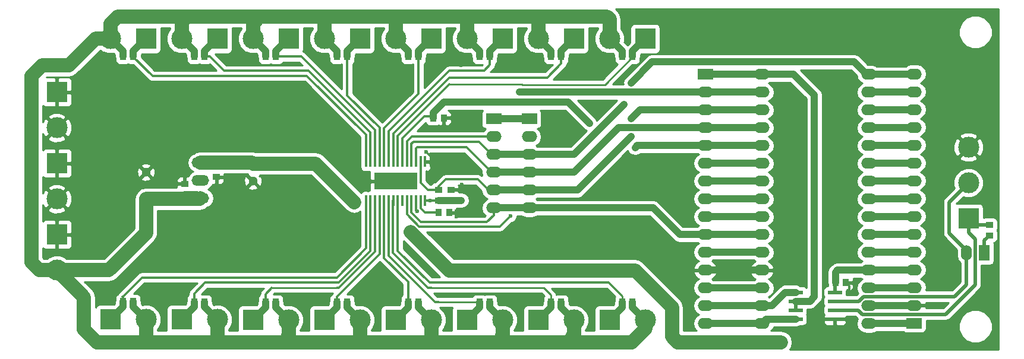
<source format=gbr>
G04 #@! TF.FileFunction,Copper,L1,Top,Signal*
%FSLAX46Y46*%
G04 Gerber Fmt 4.6, Leading zero omitted, Abs format (unit mm)*
G04 Created by KiCad (PCBNEW (2015-09-30 BZR 6232)-product) date Fri 09 Oct 2015 07:53:00 AM EEST*
%MOMM*%
G01*
G04 APERTURE LIST*
%ADD10C,0.100000*%
%ADD11O,2.199640X1.524000*%
%ADD12O,2.197100X1.524000*%
%ADD13R,2.999740X2.999740*%
%ADD14C,2.999740*%
%ADD15O,2.499360X1.501140*%
%ADD16R,1.000760X0.899160*%
%ADD17R,2.199640X1.524000*%
%ADD18R,0.899160X1.000760*%
%ADD19R,0.300000X1.600000*%
%ADD20R,6.170000X2.400000*%
%ADD21R,1.998980X0.599440*%
%ADD22R,1.300000X1.300000*%
%ADD23C,1.300000*%
%ADD24R,1.524000X2.199640*%
%ADD25O,1.524000X2.199640*%
%ADD26C,0.600000*%
%ADD27C,1.000000*%
%ADD28C,2.000000*%
%ADD29C,0.300000*%
%ADD30C,0.500000*%
%ADD31C,0.250000*%
%ADD32C,0.254000*%
G04 APERTURE END LIST*
D10*
D11*
X171560000Y-132080000D03*
X171560000Y-129540000D03*
X171560000Y-127000000D03*
X171560000Y-124460000D03*
X171560000Y-121920000D03*
X171560000Y-119380000D03*
X171560000Y-116840000D03*
X171560000Y-114300000D03*
X171560000Y-111760000D03*
X171560000Y-109220000D03*
X171560000Y-106680000D03*
X171560000Y-104140000D03*
X171560000Y-101600000D03*
X171560000Y-99060000D03*
X171560000Y-96520000D03*
X186800000Y-96520000D03*
X186800000Y-99060000D03*
X186800000Y-101600000D03*
X186800000Y-104140000D03*
D12*
X186800000Y-106680000D03*
X186800000Y-109220000D03*
X186800000Y-111760000D03*
X186800000Y-114300000D03*
X186800000Y-116840000D03*
X186800000Y-119380000D03*
X186800000Y-121920000D03*
X186800000Y-124460000D03*
X186800000Y-127000000D03*
X186800000Y-129540000D03*
X186800000Y-132080000D03*
D13*
X71120000Y-119380000D03*
D14*
X71120000Y-124460000D03*
D13*
X71120000Y-109220000D03*
D14*
X71120000Y-114300000D03*
D15*
X91600000Y-111651040D03*
X91600000Y-114191040D03*
X91600000Y-109111040D03*
D16*
X127250000Y-114501840D03*
X127250000Y-112998160D03*
X89350000Y-113652880D03*
X89350000Y-112149200D03*
D13*
X154940000Y-91440000D03*
D14*
X149860000Y-91440000D03*
D13*
X144780000Y-91440000D03*
D14*
X139700000Y-91440000D03*
D13*
X134620000Y-91440000D03*
D14*
X129540000Y-91440000D03*
D13*
X124460000Y-91440000D03*
D14*
X119380000Y-91440000D03*
D13*
X114300000Y-91440000D03*
D14*
X109220000Y-91440000D03*
D13*
X104140000Y-91440000D03*
D14*
X99060000Y-91440000D03*
D13*
X93980000Y-91440000D03*
D14*
X88900000Y-91440000D03*
D13*
X83820000Y-91440000D03*
D14*
X78740000Y-91440000D03*
D13*
X78740000Y-131506596D03*
D14*
X83820000Y-131506596D03*
D13*
X88900000Y-131506596D03*
D14*
X93980000Y-131506596D03*
D13*
X99060000Y-131580000D03*
D14*
X104140000Y-131580000D03*
D13*
X109220000Y-131580000D03*
D14*
X114300000Y-131580000D03*
D13*
X119380000Y-131580000D03*
D14*
X124460000Y-131580000D03*
D13*
X129540000Y-131580000D03*
D14*
X134620000Y-131580000D03*
D13*
X139700000Y-131580000D03*
D14*
X144780000Y-131580000D03*
D13*
X149860000Y-131580000D03*
D14*
X154940000Y-131580000D03*
D17*
X133350000Y-102870000D03*
D11*
X133350000Y-105410000D03*
X133350000Y-107950000D03*
X133350000Y-110490000D03*
X133350000Y-113030000D03*
X133350000Y-115570000D03*
D17*
X138430000Y-102870000D03*
D11*
X138430000Y-105410000D03*
X138430000Y-107950000D03*
X138430000Y-110490000D03*
X138430000Y-113030000D03*
X138430000Y-115570000D03*
D13*
X71120000Y-99060000D03*
D14*
X71120000Y-104140000D03*
D18*
X111008160Y-93980000D03*
X112511840Y-93980000D03*
X151648160Y-93980000D03*
X153151840Y-93980000D03*
X141488160Y-93980000D03*
X142991840Y-93980000D03*
X131328160Y-93980000D03*
X132831840Y-93980000D03*
X121168160Y-93980000D03*
X122671840Y-93980000D03*
X100848160Y-93980000D03*
X102351840Y-93980000D03*
X90688160Y-93980000D03*
X92191840Y-93980000D03*
X80528160Y-93980000D03*
X82031840Y-93980000D03*
X82031840Y-128966596D03*
X80528160Y-128966596D03*
X92191840Y-129040000D03*
X90688160Y-129040000D03*
X102351840Y-129040000D03*
X100848160Y-129040000D03*
X112511840Y-129040000D03*
X111008160Y-129040000D03*
X122671840Y-129040000D03*
X121168160Y-129040000D03*
X132831840Y-129040000D03*
X131328160Y-129040000D03*
X142991840Y-129040000D03*
X141488160Y-129040000D03*
X153151840Y-129040000D03*
X151648160Y-129040000D03*
X126251840Y-102750000D03*
X124748160Y-102750000D03*
X125498160Y-116250000D03*
X127001840Y-116250000D03*
D16*
X125500000Y-114501840D03*
X125500000Y-112998160D03*
D19*
X115155000Y-114560000D03*
X115805000Y-114560000D03*
X116455000Y-114560000D03*
X117105000Y-114560000D03*
X117755000Y-114560000D03*
X118405000Y-114560000D03*
X119055000Y-114560000D03*
X119705000Y-114560000D03*
X120355000Y-114560000D03*
X121005000Y-114560000D03*
X121655000Y-114560000D03*
X122305000Y-114560000D03*
X122955000Y-114560000D03*
X123605000Y-114560000D03*
X123605000Y-108960000D03*
X122955000Y-108960000D03*
X122305000Y-108960000D03*
X121655000Y-108960000D03*
X121005000Y-108960000D03*
X120355000Y-108960000D03*
X119705000Y-108960000D03*
X119055000Y-108960000D03*
X118405000Y-108960000D03*
X117755000Y-108960000D03*
X117105000Y-108960000D03*
X116455000Y-108960000D03*
X115805000Y-108960000D03*
X115155000Y-108960000D03*
D20*
X119380000Y-111760000D03*
D21*
X176386000Y-127635000D03*
X176386000Y-128905000D03*
X176386000Y-130175000D03*
X176386000Y-131445000D03*
X181974000Y-131445000D03*
X181974000Y-130175000D03*
X181974000Y-128905000D03*
X181974000Y-127635000D03*
D16*
X93850000Y-109649200D03*
X93850000Y-111152880D03*
D18*
X182038160Y-126250000D03*
X183541840Y-126250000D03*
D22*
X83820000Y-114300000D03*
D23*
X83820000Y-110500000D03*
X99060000Y-111760000D03*
D22*
X99060000Y-109260000D03*
D24*
X203270000Y-122000000D03*
D25*
X200730000Y-122000000D03*
D16*
X204000000Y-117998160D03*
X204000000Y-119501840D03*
D13*
X201000000Y-117080000D03*
D14*
X201000000Y-112000000D03*
X201000000Y-106920000D03*
D17*
X163500000Y-96500000D03*
D11*
X163500000Y-99040000D03*
X163500000Y-101580000D03*
X163500000Y-104120000D03*
X163500000Y-106660000D03*
X163500000Y-109200000D03*
X163500000Y-111740000D03*
X163500000Y-114280000D03*
X163500000Y-116820000D03*
X163500000Y-119360000D03*
X163500000Y-121900000D03*
X163500000Y-124440000D03*
X163500000Y-126980000D03*
X163500000Y-129520000D03*
X163500000Y-132060000D03*
D17*
X193250000Y-132030000D03*
D11*
X193250000Y-129490000D03*
X193250000Y-126950000D03*
X193250000Y-124410000D03*
X193250000Y-121870000D03*
X193250000Y-119330000D03*
X193250000Y-116790000D03*
X193250000Y-114250000D03*
X193250000Y-111710000D03*
X193250000Y-109170000D03*
X193250000Y-106630000D03*
X193250000Y-104090000D03*
X193250000Y-101550000D03*
X193250000Y-99010000D03*
X193250000Y-96470000D03*
D26*
X121500000Y-119000000D03*
X174290000Y-134750000D03*
X128750000Y-114500000D03*
X113500000Y-114750000D03*
X124364806Y-114560000D03*
X122428000Y-116078000D03*
X182000000Y-132500000D03*
X183500000Y-131500000D03*
X147250000Y-128250000D03*
X135000000Y-128250000D03*
X126500000Y-130000000D03*
X114750000Y-128500000D03*
X104500000Y-128000000D03*
X93750000Y-127500000D03*
X84500000Y-127000000D03*
X98500000Y-94750000D03*
X88750000Y-95500000D03*
X111500000Y-97000000D03*
X120000000Y-97000000D03*
X125250000Y-95250000D03*
X128750000Y-95250000D03*
X138500000Y-95000000D03*
X144750000Y-95500000D03*
X146750000Y-101000000D03*
X142750000Y-105000000D03*
X146500000Y-114250000D03*
X122000000Y-122250000D03*
X126250000Y-103750000D03*
X127250000Y-102750000D03*
X184000000Y-127500000D03*
X184750000Y-126500000D03*
X128016000Y-116840000D03*
X128016000Y-116078000D03*
X128778000Y-112268000D03*
X129286000Y-113030000D03*
X128524000Y-113030000D03*
X123698000Y-107584010D03*
X124460000Y-108458000D03*
X124460000Y-109474000D03*
X147000000Y-103500000D03*
X153500000Y-107000000D03*
X152908000Y-102870000D03*
X152908000Y-105410000D03*
X137000000Y-98999994D03*
X151891994Y-100838000D03*
X152908000Y-97790000D03*
X135750000Y-116750000D03*
D27*
X193250000Y-124410000D02*
X186850000Y-124410000D01*
X186850000Y-124410000D02*
X186800000Y-124460000D01*
D28*
X174290000Y-134750000D02*
X159577479Y-134750000D01*
X159577479Y-134750000D02*
X158750000Y-133922521D01*
X158750000Y-133922521D02*
X158750000Y-129750000D01*
X158750000Y-129750000D02*
X153500000Y-124500000D01*
X153500000Y-124500000D02*
X127000000Y-124500000D01*
X127000000Y-124500000D02*
X121799999Y-119299999D01*
X121799999Y-119299999D02*
X121500000Y-119000000D01*
D27*
X128750000Y-114500000D02*
X127251840Y-114500000D01*
X127251840Y-114500000D02*
X127250000Y-114501840D01*
D28*
X99060000Y-109260000D02*
X108010000Y-109260000D01*
X108010000Y-109260000D02*
X113500000Y-114750000D01*
D27*
X133350000Y-102870000D02*
X138430000Y-102870000D01*
D29*
X123605000Y-114560000D02*
X124364806Y-114560000D01*
X124364806Y-114560000D02*
X125441840Y-114560000D01*
X122305000Y-114560000D02*
X122305000Y-115955000D01*
X122305000Y-115955000D02*
X122428000Y-116078000D01*
D28*
X91600000Y-109111040D02*
X98911040Y-109111040D01*
X98911040Y-109111040D02*
X99060000Y-109260000D01*
D27*
X91600000Y-109111040D02*
X93311840Y-109111040D01*
X93311840Y-109111040D02*
X93850000Y-109649200D01*
X186800000Y-124460000D02*
X182327780Y-124460000D01*
X182038160Y-124749620D02*
X182038160Y-126250000D01*
X182327780Y-124460000D02*
X182038160Y-124749620D01*
D30*
X181974000Y-127635000D02*
X181974000Y-126314160D01*
X181974000Y-126314160D02*
X182038160Y-126250000D01*
D27*
X125500000Y-114501840D02*
X127250000Y-114501840D01*
D29*
X125441840Y-114560000D02*
X125500000Y-114501840D01*
D30*
X181974000Y-131445000D02*
X181974000Y-132474000D01*
X181974000Y-132474000D02*
X182000000Y-132500000D01*
X181974000Y-131445000D02*
X183445000Y-131445000D01*
X183445000Y-131445000D02*
X183500000Y-131500000D01*
D27*
X193250000Y-129490000D02*
X186850000Y-129490000D01*
X186850000Y-129490000D02*
X186800000Y-129540000D01*
X171560000Y-124460000D02*
X163520000Y-124460000D01*
X163520000Y-124460000D02*
X163500000Y-124440000D01*
D29*
X126250000Y-103750000D02*
X126250000Y-102751840D01*
X126250000Y-102751840D02*
X126251840Y-102750000D01*
X126251840Y-102750000D02*
X127250000Y-102750000D01*
X184000000Y-127500000D02*
X184000000Y-126708160D01*
X184000000Y-126708160D02*
X183541840Y-126250000D01*
X183541840Y-126250000D02*
X184500000Y-126250000D01*
X184500000Y-126250000D02*
X184750000Y-126500000D01*
X127001840Y-116250000D02*
X127844000Y-116250000D01*
X127844000Y-116250000D02*
X128016000Y-116078000D01*
X128524000Y-113030000D02*
X129286000Y-113030000D01*
X124460000Y-108458000D02*
X124460000Y-108346010D01*
X124460000Y-108346010D02*
X123698000Y-107584010D01*
X123605000Y-108960000D02*
X123946000Y-108960000D01*
X123946000Y-108960000D02*
X124460000Y-109474000D01*
D28*
X79808864Y-88250000D02*
X88986606Y-88250000D01*
X88986606Y-88250000D02*
X99494759Y-88250000D01*
X88900000Y-91440000D02*
X88900000Y-89318864D01*
X88900000Y-89318864D02*
X88986606Y-89232258D01*
X88986606Y-89232258D02*
X88986606Y-88250000D01*
X99494759Y-88250000D02*
X109272408Y-88250000D01*
X99060000Y-91440000D02*
X99060000Y-89318864D01*
X99060000Y-89318864D02*
X99494759Y-88884105D01*
X99494759Y-88884105D02*
X99494759Y-88250000D01*
X109272408Y-88250000D02*
X119430704Y-88250000D01*
X109220000Y-91440000D02*
X109220000Y-89318864D01*
X109220000Y-89318864D02*
X109272408Y-89266456D01*
X109272408Y-89266456D02*
X109272408Y-88250000D01*
X119430704Y-88250000D02*
X129613656Y-88250000D01*
X119430704Y-89268160D02*
X119430704Y-88250000D01*
X119380000Y-91440000D02*
X119380000Y-89318864D01*
X119380000Y-89318864D02*
X119430704Y-89268160D01*
X129540000Y-91440000D02*
X129540000Y-88323656D01*
X129613656Y-88250000D02*
X139826195Y-88250000D01*
X129540000Y-88323656D02*
X129613656Y-88250000D01*
X139700000Y-88376195D02*
X139826195Y-88250000D01*
X139826195Y-88250000D02*
X149500000Y-88250000D01*
X139700000Y-91440000D02*
X139700000Y-88376195D01*
X78740000Y-91440000D02*
X78740000Y-89318864D01*
X78740000Y-89318864D02*
X79808864Y-88250000D01*
X149500000Y-88250000D02*
X149860000Y-88610000D01*
X149860000Y-88610000D02*
X149860000Y-91440000D01*
X76823662Y-134750000D02*
X83853442Y-134750000D01*
X83853442Y-134750000D02*
X94119377Y-134750000D01*
X83820000Y-131506596D02*
X83820000Y-133627732D01*
X83820000Y-133627732D02*
X83853442Y-133661174D01*
X83853442Y-133661174D02*
X83853442Y-134750000D01*
X93980000Y-134610623D02*
X94119377Y-134750000D01*
X94119377Y-134750000D02*
X104124944Y-134750000D01*
X93980000Y-131506596D02*
X93980000Y-134610623D01*
X104124944Y-134750000D02*
X114315845Y-134750000D01*
X104140000Y-131580000D02*
X104140000Y-133701136D01*
X104140000Y-133701136D02*
X104124944Y-133716192D01*
X104124944Y-133716192D02*
X104124944Y-134750000D01*
X114315845Y-134750000D02*
X124447348Y-134750000D01*
X114300000Y-131580000D02*
X114300000Y-133701136D01*
X114300000Y-133701136D02*
X114315845Y-133716981D01*
X114315845Y-133716981D02*
X114315845Y-134750000D01*
X124447348Y-134750000D02*
X134599949Y-134750000D01*
X124460000Y-131580000D02*
X124460000Y-134737348D01*
X124460000Y-134737348D02*
X124447348Y-134750000D01*
X134599949Y-134750000D02*
X144574233Y-134750000D01*
X134620000Y-131580000D02*
X134620000Y-133701136D01*
X134620000Y-133701136D02*
X134599949Y-133721187D01*
X134599949Y-133721187D02*
X134599949Y-134750000D01*
X144574233Y-134750000D02*
X153000000Y-134750000D01*
X144780000Y-131580000D02*
X144780000Y-133701136D01*
X144780000Y-133701136D02*
X144574233Y-133906903D01*
X144574233Y-133906903D02*
X144574233Y-134750000D01*
X71120000Y-124460000D02*
X75000000Y-128340000D01*
X75000000Y-128340000D02*
X75000000Y-132926338D01*
X75000000Y-132926338D02*
X76823662Y-134750000D01*
X153000000Y-134750000D02*
X154940000Y-132810000D01*
X154940000Y-132810000D02*
X154940000Y-131580000D01*
X67500000Y-123380000D02*
X68580000Y-124460000D01*
X68580000Y-124460000D02*
X71120000Y-124460000D01*
X78540000Y-124460000D02*
X71120000Y-124460000D01*
X78540000Y-124460000D02*
X83820000Y-119180000D01*
X69000000Y-95250000D02*
X67500000Y-96750000D01*
X67500000Y-96750000D02*
X67500000Y-123380000D01*
X72808864Y-95250000D02*
X69000000Y-95250000D01*
X76618864Y-91440000D02*
X72808864Y-95250000D01*
X83820000Y-119180000D02*
X83820000Y-114300000D01*
X78740000Y-91440000D02*
X76618864Y-91440000D01*
X83820000Y-114300000D02*
X91491040Y-114300000D01*
X91491040Y-114300000D02*
X91600000Y-114191040D01*
D27*
X89350000Y-113652880D02*
X91061840Y-113652880D01*
X91061840Y-113652880D02*
X91600000Y-114191040D01*
X82031840Y-128966596D02*
X82031840Y-129718436D01*
X82031840Y-129718436D02*
X83820000Y-131506596D01*
X92191840Y-129040000D02*
X92191840Y-129718436D01*
X92191840Y-129718436D02*
X93980000Y-131506596D01*
X102351840Y-129040000D02*
X102351840Y-129791840D01*
X102351840Y-129791840D02*
X104140000Y-131580000D01*
X112511840Y-129040000D02*
X112511840Y-129791840D01*
X112511840Y-129791840D02*
X114300000Y-131580000D01*
X122671840Y-129040000D02*
X122671840Y-129791840D01*
X122671840Y-129791840D02*
X124460000Y-131580000D01*
X132831840Y-129040000D02*
X132831840Y-129791840D01*
X132831840Y-129791840D02*
X134620000Y-131580000D01*
X142991840Y-129040000D02*
X142991840Y-129791840D01*
X142991840Y-129791840D02*
X144780000Y-131580000D01*
X153151840Y-129040000D02*
X153151840Y-129791840D01*
X153151840Y-129791840D02*
X154940000Y-131580000D01*
X151648160Y-93980000D02*
X151648160Y-93228160D01*
X151648160Y-93228160D02*
X149860000Y-91440000D01*
X141488160Y-93980000D02*
X141488160Y-93228160D01*
X141488160Y-93228160D02*
X139700000Y-91440000D01*
X131328160Y-93980000D02*
X131328160Y-93228160D01*
X131328160Y-93228160D02*
X129540000Y-91440000D01*
X121168160Y-93980000D02*
X121168160Y-93228160D01*
X121168160Y-93228160D02*
X119380000Y-91440000D01*
X111008160Y-93980000D02*
X111008160Y-93228160D01*
X111008160Y-93228160D02*
X109220000Y-91440000D01*
X100848160Y-93980000D02*
X100848160Y-93228160D01*
X100848160Y-93228160D02*
X99060000Y-91440000D01*
X90688160Y-93980000D02*
X90688160Y-93228160D01*
X90688160Y-93228160D02*
X88900000Y-91440000D01*
X80528160Y-93980000D02*
X80528160Y-93228160D01*
X80528160Y-93228160D02*
X78740000Y-91440000D01*
X163500000Y-132060000D02*
X171540000Y-132060000D01*
X171540000Y-132060000D02*
X171560000Y-132080000D01*
X176386000Y-131445000D02*
X172195000Y-131445000D01*
X172195000Y-131445000D02*
X171560000Y-132080000D01*
X171560000Y-129540000D02*
X163520000Y-129540000D01*
X163520000Y-129540000D02*
X163500000Y-129520000D01*
X176386000Y-127635000D02*
X174905000Y-127635000D01*
X174905000Y-127635000D02*
X173000000Y-129540000D01*
X173000000Y-129540000D02*
X171560000Y-129540000D01*
X163500000Y-126980000D02*
X171540000Y-126980000D01*
X171540000Y-126980000D02*
X171560000Y-127000000D01*
X163500000Y-121900000D02*
X171540000Y-121900000D01*
X171540000Y-121900000D02*
X171560000Y-121920000D01*
X138430000Y-115570000D02*
X156070000Y-115570000D01*
X156070000Y-115570000D02*
X159880000Y-119380000D01*
X159880000Y-119380000D02*
X162560000Y-119380000D01*
X162560000Y-119380000D02*
X171560000Y-119380000D01*
X133350000Y-115570000D02*
X138430000Y-115570000D01*
D29*
X133350000Y-115570000D02*
X133350000Y-116632000D01*
X133350000Y-116632000D02*
X132380000Y-117602000D01*
X121655000Y-116267002D02*
X121655000Y-115660000D01*
X132380000Y-117602000D02*
X122989998Y-117602000D01*
X122989998Y-117602000D02*
X121655000Y-116267002D01*
X121655000Y-115660000D02*
X121655000Y-114560000D01*
D27*
X171560000Y-116840000D02*
X163520000Y-116840000D01*
X163520000Y-116840000D02*
X163500000Y-116820000D01*
X163500000Y-114280000D02*
X171540000Y-114280000D01*
X171540000Y-114280000D02*
X171560000Y-114300000D01*
X171560000Y-111760000D02*
X163520000Y-111760000D01*
X163520000Y-111760000D02*
X163500000Y-111740000D01*
X163500000Y-109200000D02*
X171540000Y-109200000D01*
X171540000Y-109200000D02*
X171560000Y-109220000D01*
X162560000Y-106680000D02*
X171560000Y-106680000D01*
X147000000Y-103500000D02*
X144000000Y-100500000D01*
X144000000Y-100500000D02*
X126291878Y-100500000D01*
X126291878Y-100500000D02*
X124748160Y-102043718D01*
X124748160Y-102043718D02*
X124748160Y-102750000D01*
D29*
X124248160Y-102500000D02*
X124498160Y-102500000D01*
X124498160Y-102500000D02*
X124748160Y-102750000D01*
D27*
X162560000Y-106680000D02*
X153820000Y-106680000D01*
X153820000Y-106680000D02*
X153500000Y-107000000D01*
D29*
X120355000Y-105645000D02*
X123500000Y-102500000D01*
X123500000Y-102500000D02*
X124248160Y-102500000D01*
X120355000Y-108960000D02*
X120355000Y-105645000D01*
D27*
X161829081Y-104140000D02*
X162560000Y-104140000D01*
X160020000Y-104140000D02*
X161829081Y-104140000D01*
X161829081Y-104140000D02*
X171560000Y-104140000D01*
X138430000Y-110490000D02*
X144780000Y-110490000D01*
X144780000Y-110490000D02*
X151130000Y-104140000D01*
X151130000Y-104140000D02*
X160020000Y-104140000D01*
X133350000Y-110490000D02*
X138430000Y-110490000D01*
D29*
X122305000Y-108960000D02*
X122305000Y-107057000D01*
X122305000Y-107057000D02*
X122428000Y-106934000D01*
X122428000Y-106934000D02*
X129456180Y-106934000D01*
X129456180Y-106934000D02*
X133012180Y-110490000D01*
X133012180Y-110490000D02*
X133350000Y-110490000D01*
D27*
X152908000Y-102870000D02*
X154178000Y-101600000D01*
X154178000Y-101600000D02*
X162560000Y-101600000D01*
X162560000Y-101600000D02*
X171560000Y-101600000D01*
X138430000Y-113030000D02*
X145288000Y-113030000D01*
X145288000Y-113030000D02*
X152908000Y-105410000D01*
X133350000Y-113030000D02*
X138430000Y-113030000D01*
D29*
X125500000Y-112998160D02*
X125500000Y-112498000D01*
X125500000Y-112498000D02*
X126492000Y-111506000D01*
X126492000Y-111506000D02*
X131064000Y-111506000D01*
X131064000Y-111506000D02*
X132588000Y-113030000D01*
X132588000Y-113030000D02*
X133350000Y-113030000D01*
X122955000Y-108960000D02*
X122955000Y-111955000D01*
X122955000Y-111955000D02*
X123998160Y-112998160D01*
X123998160Y-112998160D02*
X125500000Y-112998160D01*
D27*
X162560000Y-99060000D02*
X171560000Y-99060000D01*
X162560000Y-99060000D02*
X137060006Y-99060000D01*
X137060006Y-99060000D02*
X137000000Y-98999994D01*
D29*
X121005000Y-108960000D02*
X121005000Y-106071000D01*
X121005000Y-106071000D02*
X121666000Y-105410000D01*
X121666000Y-105410000D02*
X131950180Y-105410000D01*
X131950180Y-105410000D02*
X133350000Y-105410000D01*
D27*
X171560000Y-96520000D02*
X163520000Y-96520000D01*
X163520000Y-96520000D02*
X163500000Y-96500000D01*
X176386000Y-128905000D02*
X178385000Y-128905000D01*
X178385000Y-128905000D02*
X179040000Y-128250000D01*
X179040000Y-128250000D02*
X179040000Y-99500000D01*
X179040000Y-99500000D02*
X176060000Y-96520000D01*
X176060000Y-96520000D02*
X171560000Y-96520000D01*
D30*
X176386000Y-130175000D02*
X176386000Y-128905000D01*
D27*
X186800000Y-96520000D02*
X193200000Y-96520000D01*
X193200000Y-96520000D02*
X193250000Y-96470000D01*
X152908000Y-97790000D02*
X155940000Y-94758000D01*
X155940000Y-94758000D02*
X184700180Y-94758000D01*
X184700180Y-94758000D02*
X186462180Y-96520000D01*
X186462180Y-96520000D02*
X186800000Y-96520000D01*
X144779994Y-107950000D02*
X151591995Y-101137999D01*
X138430000Y-107950000D02*
X144779994Y-107950000D01*
X151591995Y-101137999D02*
X151891994Y-100838000D01*
X133350000Y-107950000D02*
X138430000Y-107950000D01*
D29*
X121655000Y-108960000D02*
X121655000Y-106437000D01*
X121655000Y-106437000D02*
X121920000Y-106172000D01*
X121920000Y-106172000D02*
X131234180Y-106172000D01*
X131234180Y-106172000D02*
X133012180Y-107950000D01*
X133012180Y-107950000D02*
X133350000Y-107950000D01*
D27*
X186800000Y-99060000D02*
X193200000Y-99060000D01*
X193200000Y-99060000D02*
X193250000Y-99010000D01*
X186800000Y-101600000D02*
X193200000Y-101600000D01*
X193200000Y-101600000D02*
X193250000Y-101550000D01*
X186800000Y-104140000D02*
X193200000Y-104140000D01*
X193200000Y-104140000D02*
X193250000Y-104090000D01*
X186800000Y-106680000D02*
X193200000Y-106680000D01*
X193200000Y-106680000D02*
X193250000Y-106630000D01*
X186800000Y-109220000D02*
X193200000Y-109220000D01*
X193200000Y-109220000D02*
X193250000Y-109170000D01*
X186800000Y-111760000D02*
X193200000Y-111760000D01*
X193200000Y-111760000D02*
X193250000Y-111710000D01*
X186800000Y-114300000D02*
X193200000Y-114300000D01*
X193200000Y-114300000D02*
X193250000Y-114250000D01*
X186800000Y-116840000D02*
X193200000Y-116840000D01*
X193200000Y-116840000D02*
X193250000Y-116790000D01*
X193250000Y-119330000D02*
X186850000Y-119330000D01*
X186850000Y-119330000D02*
X186800000Y-119380000D01*
X186800000Y-121920000D02*
X193200000Y-121920000D01*
X193200000Y-121920000D02*
X193250000Y-121870000D01*
X186800000Y-127000000D02*
X193200000Y-127000000D01*
X193200000Y-127000000D02*
X193250000Y-126950000D01*
X186800000Y-132080000D02*
X193200000Y-132080000D01*
X193200000Y-132080000D02*
X193250000Y-132030000D01*
D29*
X119705000Y-108960000D02*
X119705000Y-105295000D01*
D31*
X153151840Y-94030800D02*
X153151840Y-93980000D01*
D29*
X119705000Y-105295000D02*
X127075011Y-97924989D01*
D31*
X127075011Y-97924989D02*
X137341730Y-97924989D01*
X137341730Y-97924989D02*
X137416741Y-98000000D01*
X137416741Y-98000000D02*
X149182640Y-98000000D01*
X149182640Y-98000000D02*
X153151840Y-94030800D01*
D27*
X153151840Y-93980000D02*
X153151840Y-93228160D01*
X153151840Y-93228160D02*
X154940000Y-91440000D01*
D29*
X142991840Y-93980000D02*
X142991840Y-95008160D01*
X142991840Y-95008160D02*
X141016320Y-96983680D01*
X141016320Y-96983680D02*
X127016320Y-96983680D01*
X127016320Y-96983680D02*
X119055000Y-104945000D01*
X119055000Y-104945000D02*
X119055000Y-108960000D01*
D27*
X142991840Y-93980000D02*
X142991840Y-93228160D01*
X142991840Y-93228160D02*
X144780000Y-91440000D01*
D29*
X118405000Y-108960000D02*
X118405000Y-104595000D01*
X118405000Y-104595000D02*
X127000000Y-96000000D01*
X127000000Y-96000000D02*
X132000000Y-96000000D01*
X132831840Y-95168160D02*
X132831840Y-93980000D01*
X132000000Y-96000000D02*
X132831840Y-95168160D01*
D27*
X132831840Y-93980000D02*
X132831840Y-93228160D01*
X132831840Y-93228160D02*
X134620000Y-91440000D01*
D29*
X117755000Y-104245000D02*
X122671840Y-99328160D01*
X117755000Y-108960000D02*
X117755000Y-104245000D01*
X122671840Y-99328160D02*
X122671840Y-93980000D01*
D27*
X122671840Y-93980000D02*
X122671840Y-93228160D01*
X122671840Y-93228160D02*
X124460000Y-91440000D01*
D29*
X117105000Y-108960000D02*
X117105000Y-104105000D01*
X117105000Y-104105000D02*
X112511840Y-99511840D01*
X112511840Y-99511840D02*
X112511840Y-93980000D01*
D27*
X112511840Y-93980000D02*
X112511840Y-93228160D01*
X112511840Y-93228160D02*
X114300000Y-91440000D01*
D29*
X116455000Y-108960000D02*
X116455000Y-104455000D01*
X105980000Y-93980000D02*
X103101420Y-93980000D01*
X116455000Y-104455000D02*
X105980000Y-93980000D01*
X103101420Y-93980000D02*
X102351840Y-93980000D01*
D27*
X102351840Y-93980000D02*
X102351840Y-93228160D01*
X102351840Y-93228160D02*
X104140000Y-91440000D01*
D29*
X115805000Y-108960000D02*
X115805000Y-104805000D01*
X107000000Y-96000000D02*
X94961420Y-96000000D01*
X92941420Y-93980000D02*
X92191840Y-93980000D01*
X115805000Y-104805000D02*
X107000000Y-96000000D01*
X94961420Y-96000000D02*
X92941420Y-93980000D01*
D27*
X92191840Y-93980000D02*
X92191840Y-93228160D01*
X92191840Y-93228160D02*
X93980000Y-91440000D01*
D29*
X115155000Y-108960000D02*
X115155000Y-105155000D01*
X115155000Y-105155000D02*
X106750000Y-96750000D01*
X106750000Y-96750000D02*
X84751040Y-96750000D01*
X84751040Y-96750000D02*
X82031840Y-94030800D01*
X82031840Y-94030800D02*
X82031840Y-93980000D01*
D27*
X82031840Y-93980000D02*
X82031840Y-93228160D01*
X82031840Y-93228160D02*
X83820000Y-91440000D01*
D29*
X115155000Y-114560000D02*
X115155000Y-121345000D01*
X115155000Y-121345000D02*
X111000000Y-125500000D01*
X111000000Y-125500000D02*
X83250000Y-125500000D01*
X83250000Y-125500000D02*
X80528160Y-128221840D01*
X80500000Y-128250000D02*
X80528160Y-128278160D01*
X80528160Y-128278160D02*
X80528160Y-128966596D01*
D27*
X80528160Y-128966596D02*
X80528160Y-129718436D01*
X80528160Y-129718436D02*
X78740000Y-131506596D01*
D29*
X115805000Y-114560000D02*
X115805000Y-121695000D01*
X115805000Y-121695000D02*
X111250000Y-126250000D01*
X111250000Y-126250000D02*
X110750000Y-126250000D01*
X110750000Y-126250000D02*
X92250000Y-126250000D01*
X92250000Y-126250000D02*
X90688160Y-127811840D01*
X90688160Y-127811840D02*
X90688160Y-129040000D01*
D27*
X90688160Y-129040000D02*
X90688160Y-129718436D01*
X90688160Y-129718436D02*
X88900000Y-131506596D01*
D29*
X111292878Y-127000000D02*
X111000000Y-127000000D01*
X116455000Y-121837878D02*
X111292878Y-127000000D01*
X116455000Y-114560000D02*
X116455000Y-121837878D01*
D31*
X111000000Y-127000000D02*
X101750000Y-127000000D01*
D29*
X101750000Y-127000000D02*
X100848160Y-127901840D01*
X100848160Y-127901840D02*
X100848160Y-129040000D01*
D27*
X100848160Y-129040000D02*
X100848160Y-129791840D01*
X100848160Y-129791840D02*
X99060000Y-131580000D01*
D29*
X111000000Y-128250000D02*
X111000000Y-129031840D01*
X111000000Y-129031840D02*
X111008160Y-129040000D01*
X111000000Y-128250000D02*
X117105000Y-122145000D01*
X117105000Y-122145000D02*
X117105000Y-114560000D01*
D27*
X111008160Y-129040000D02*
X111008160Y-129791840D01*
X111008160Y-129791840D02*
X109220000Y-131580000D01*
D29*
X117755000Y-114560000D02*
X117755000Y-122755000D01*
X117755000Y-122755000D02*
X121168160Y-126168160D01*
X121168160Y-126168160D02*
X121168160Y-129540000D01*
D27*
X121168160Y-129040000D02*
X121168160Y-129791840D01*
X121168160Y-129791840D02*
X119380000Y-131580000D01*
D29*
X118405000Y-114560000D02*
X118405000Y-122405000D01*
X118405000Y-122405000D02*
X125000000Y-129000000D01*
X125000000Y-129000000D02*
X125500000Y-129000000D01*
D31*
X125540000Y-129040000D02*
X131328160Y-129040000D01*
D27*
X131328160Y-129040000D02*
X131328160Y-129791840D01*
X131328160Y-129791840D02*
X129540000Y-131580000D01*
D29*
X124500000Y-127000000D02*
X124000000Y-127000000D01*
X124000000Y-127000000D02*
X119000000Y-122000000D01*
X119000000Y-122000000D02*
X119000000Y-114500000D01*
D31*
X141488160Y-129040000D02*
X141488160Y-127988160D01*
X141488160Y-127988160D02*
X140500000Y-127000000D01*
X140500000Y-127000000D02*
X124500000Y-127000000D01*
D27*
X141488160Y-129040000D02*
X141488160Y-129791840D01*
X141488160Y-129791840D02*
X139700000Y-131580000D01*
D29*
X119705000Y-114560000D02*
X119705000Y-121705000D01*
X124250000Y-126250000D02*
X124750000Y-126250000D01*
X119705000Y-121705000D02*
X124250000Y-126250000D01*
X124750000Y-126250000D02*
X149750000Y-126250000D01*
D31*
X149750000Y-126250000D02*
X151648160Y-128148160D01*
X151648160Y-128148160D02*
X151648160Y-129040000D01*
D27*
X151648160Y-129040000D02*
X151648160Y-129791840D01*
X151648160Y-129791840D02*
X149860000Y-131580000D01*
D29*
X121005000Y-114560000D02*
X121005000Y-116505000D01*
X134250000Y-118250000D02*
X135750000Y-116750000D01*
X121005000Y-116505000D02*
X122750000Y-118250000D01*
X122750000Y-118250000D02*
X134250000Y-118250000D01*
X125498160Y-116250000D02*
X123545000Y-116250000D01*
X123545000Y-116250000D02*
X122955000Y-115660000D01*
X122955000Y-115660000D02*
X122955000Y-114560000D01*
D30*
X181974000Y-128905000D02*
X185384410Y-128905000D01*
X185384410Y-128905000D02*
X186077400Y-128212010D01*
X186077400Y-128212010D02*
X199037990Y-128212010D01*
X199037990Y-128212010D02*
X200730000Y-126520000D01*
X200730000Y-123599820D02*
X200730000Y-122000000D01*
X181974000Y-128905000D02*
X182673770Y-128905000D01*
X200730000Y-126520000D02*
X200730000Y-123599820D01*
X201000000Y-112000000D02*
X198250000Y-114750000D01*
X198250000Y-114750000D02*
X198250000Y-119182180D01*
X198250000Y-119182180D02*
X200730000Y-121662180D01*
X200730000Y-121662180D02*
X200730000Y-122000000D01*
X203270000Y-122000000D02*
X203270000Y-120231840D01*
X203270000Y-120231840D02*
X204000000Y-119501840D01*
X204000000Y-117998160D02*
X201918160Y-117998160D01*
X201918160Y-117998160D02*
X201000000Y-117080000D01*
X181974000Y-130175000D02*
X185268430Y-130175000D01*
X185268430Y-130175000D02*
X185845440Y-130752010D01*
X185845440Y-130752010D02*
X197747990Y-130752010D01*
X197747990Y-130752010D02*
X201942010Y-126557990D01*
X181974000Y-130175000D02*
X182673770Y-130175000D01*
X201942010Y-126557990D02*
X201942010Y-120021880D01*
X201942010Y-120021880D02*
X201000000Y-119079870D01*
X201000000Y-119079870D02*
X201000000Y-117080000D01*
X201920000Y-118000000D02*
X201000000Y-117080000D01*
D32*
G36*
X205290000Y-135790000D02*
X175523709Y-135790000D01*
X175800543Y-135375687D01*
X175925000Y-134750000D01*
X175800543Y-134124313D01*
X175446120Y-133593880D01*
X174915687Y-133239457D01*
X174290000Y-133115000D01*
X172849037Y-133115000D01*
X172919635Y-133067828D01*
X173222467Y-132614609D01*
X173229351Y-132580000D01*
X176386000Y-132580000D01*
X176820346Y-132493603D01*
X176972166Y-132392160D01*
X177385490Y-132392160D01*
X177620807Y-132347882D01*
X177836931Y-132208810D01*
X177981921Y-131996610D01*
X178032930Y-131744720D01*
X178032930Y-131730750D01*
X180339510Y-131730750D01*
X180339510Y-131871029D01*
X180436183Y-132104418D01*
X180614811Y-132283047D01*
X180848200Y-132379720D01*
X181688250Y-132379720D01*
X181847000Y-132220970D01*
X181847000Y-131572000D01*
X182101000Y-131572000D01*
X182101000Y-132220970D01*
X182259750Y-132379720D01*
X183099800Y-132379720D01*
X183333189Y-132283047D01*
X183511817Y-132104418D01*
X183608490Y-131871029D01*
X183608490Y-131730750D01*
X183449740Y-131572000D01*
X182101000Y-131572000D01*
X181847000Y-131572000D01*
X180498260Y-131572000D01*
X180339510Y-131730750D01*
X178032930Y-131730750D01*
X178032930Y-131145280D01*
X177988652Y-130909963D01*
X177924626Y-130810464D01*
X177981921Y-130726610D01*
X178032930Y-130474720D01*
X178032930Y-130040000D01*
X178385000Y-130040000D01*
X178819346Y-129953603D01*
X179187566Y-129707566D01*
X179842566Y-129052566D01*
X179875414Y-129003405D01*
X180088603Y-128684346D01*
X180175000Y-128250000D01*
X180175000Y-99500000D01*
X180088603Y-99065654D01*
X179842566Y-98697434D01*
X177038132Y-95893000D01*
X184230048Y-95893000D01*
X185074434Y-96737386D01*
X185137533Y-97054609D01*
X185440365Y-97507828D01*
X185862664Y-97790000D01*
X185440365Y-98072172D01*
X185137533Y-98525391D01*
X185031193Y-99060000D01*
X185137533Y-99594609D01*
X185440365Y-100047828D01*
X185862664Y-100330000D01*
X185440365Y-100612172D01*
X185137533Y-101065391D01*
X185031193Y-101600000D01*
X185137533Y-102134609D01*
X185440365Y-102587828D01*
X185862664Y-102870000D01*
X185440365Y-103152172D01*
X185137533Y-103605391D01*
X185031193Y-104140000D01*
X185137533Y-104674609D01*
X185440365Y-105127828D01*
X185863312Y-105410433D01*
X185441660Y-105692172D01*
X185138828Y-106145391D01*
X185032488Y-106680000D01*
X185138828Y-107214609D01*
X185441660Y-107667828D01*
X185863959Y-107950000D01*
X185441660Y-108232172D01*
X185138828Y-108685391D01*
X185032488Y-109220000D01*
X185138828Y-109754609D01*
X185441660Y-110207828D01*
X185863959Y-110490000D01*
X185441660Y-110772172D01*
X185138828Y-111225391D01*
X185032488Y-111760000D01*
X185138828Y-112294609D01*
X185441660Y-112747828D01*
X185863959Y-113030000D01*
X185441660Y-113312172D01*
X185138828Y-113765391D01*
X185032488Y-114300000D01*
X185138828Y-114834609D01*
X185441660Y-115287828D01*
X185863959Y-115570000D01*
X185441660Y-115852172D01*
X185138828Y-116305391D01*
X185032488Y-116840000D01*
X185138828Y-117374609D01*
X185441660Y-117827828D01*
X185863959Y-118110000D01*
X185441660Y-118392172D01*
X185138828Y-118845391D01*
X185032488Y-119380000D01*
X185138828Y-119914609D01*
X185441660Y-120367828D01*
X185863959Y-120650000D01*
X185441660Y-120932172D01*
X185138828Y-121385391D01*
X185032488Y-121920000D01*
X185138828Y-122454609D01*
X185441660Y-122907828D01*
X185863959Y-123190000D01*
X185661918Y-123325000D01*
X182327780Y-123325000D01*
X181893435Y-123411396D01*
X181525214Y-123657433D01*
X181235594Y-123947054D01*
X180989557Y-124315274D01*
X180903160Y-124749620D01*
X180903160Y-126250000D01*
X180941140Y-126440938D01*
X180941140Y-126694119D01*
X180739193Y-126732118D01*
X180523069Y-126871190D01*
X180378079Y-127083390D01*
X180327070Y-127335280D01*
X180327070Y-127934720D01*
X180371348Y-128170037D01*
X180435374Y-128269536D01*
X180378079Y-128353390D01*
X180327070Y-128605280D01*
X180327070Y-129204720D01*
X180371348Y-129440037D01*
X180435374Y-129539536D01*
X180378079Y-129623390D01*
X180327070Y-129875280D01*
X180327070Y-130474720D01*
X180371348Y-130710037D01*
X180429830Y-130800920D01*
X180339510Y-131018971D01*
X180339510Y-131159250D01*
X180498260Y-131318000D01*
X181847000Y-131318000D01*
X181847000Y-131298000D01*
X182101000Y-131298000D01*
X182101000Y-131318000D01*
X183449740Y-131318000D01*
X183608490Y-131159250D01*
X183608490Y-131060000D01*
X184901850Y-131060000D01*
X185219648Y-131377797D01*
X185219650Y-131377800D01*
X185241192Y-131392194D01*
X185138828Y-131545391D01*
X185032488Y-132080000D01*
X185138828Y-132614609D01*
X185441660Y-133067828D01*
X185894879Y-133370660D01*
X186429488Y-133477000D01*
X187170512Y-133477000D01*
X187705121Y-133370660D01*
X187938082Y-133215000D01*
X191667789Y-133215000D01*
X191686090Y-133243441D01*
X191898290Y-133388431D01*
X192150180Y-133439440D01*
X194349820Y-133439440D01*
X194585137Y-133395162D01*
X194801261Y-133256090D01*
X194946251Y-133043890D01*
X194960743Y-132972325D01*
X199614587Y-132972325D01*
X199976916Y-133849229D01*
X200647242Y-134520726D01*
X201523513Y-134884585D01*
X202472325Y-134885413D01*
X203349229Y-134523084D01*
X204020726Y-133852758D01*
X204384585Y-132976487D01*
X204385413Y-132027675D01*
X204023084Y-131150771D01*
X203352758Y-130479274D01*
X202476487Y-130115415D01*
X201527675Y-130114587D01*
X200650771Y-130476916D01*
X199979274Y-131147242D01*
X199615415Y-132023513D01*
X199614587Y-132972325D01*
X194960743Y-132972325D01*
X194997260Y-132792000D01*
X194997260Y-131637010D01*
X197747985Y-131637010D01*
X197747990Y-131637011D01*
X198034597Y-131580000D01*
X198086665Y-131569643D01*
X198373780Y-131377800D01*
X198373781Y-131377799D01*
X202567797Y-127183782D01*
X202567800Y-127183780D01*
X202759643Y-126896665D01*
X202794140Y-126723239D01*
X202827011Y-126557990D01*
X202827010Y-126557985D01*
X202827010Y-123747260D01*
X204032000Y-123747260D01*
X204267317Y-123702982D01*
X204483441Y-123563910D01*
X204628431Y-123351710D01*
X204679440Y-123099820D01*
X204679440Y-120900180D01*
X204635162Y-120664863D01*
X204582720Y-120583367D01*
X204735697Y-120554582D01*
X204951821Y-120415510D01*
X205096811Y-120203310D01*
X205147820Y-119951420D01*
X205147820Y-119052260D01*
X205103542Y-118816943D01*
X205061401Y-118751454D01*
X205096811Y-118699630D01*
X205147820Y-118447740D01*
X205147820Y-117548580D01*
X205103542Y-117313263D01*
X204964470Y-117097139D01*
X204752270Y-116952149D01*
X204500380Y-116901140D01*
X203499620Y-116901140D01*
X203264303Y-116945418D01*
X203147310Y-117020701D01*
X203147310Y-115580130D01*
X203103032Y-115344813D01*
X202963960Y-115128689D01*
X202751760Y-114983699D01*
X202499870Y-114932690D01*
X199500130Y-114932690D01*
X199276883Y-114974697D01*
X200250991Y-114000588D01*
X200573485Y-114134499D01*
X201422789Y-114135240D01*
X202207727Y-113810910D01*
X202808800Y-113210886D01*
X203134499Y-112426515D01*
X203135240Y-111577211D01*
X202810910Y-110792273D01*
X202210886Y-110191200D01*
X201426515Y-109865501D01*
X200577211Y-109864760D01*
X199792273Y-110189090D01*
X199191200Y-110789114D01*
X198865501Y-111573485D01*
X198864760Y-112422789D01*
X198999511Y-112748910D01*
X197624210Y-114124210D01*
X197432367Y-114411325D01*
X197432367Y-114411326D01*
X197364999Y-114750000D01*
X197365000Y-114750005D01*
X197365000Y-119182175D01*
X197364999Y-119182180D01*
X197411153Y-119414207D01*
X197432367Y-119520855D01*
X197540845Y-119683205D01*
X197624210Y-119807970D01*
X199351488Y-121535247D01*
X199333000Y-121628193D01*
X199333000Y-122371807D01*
X199439340Y-122906416D01*
X199742172Y-123359635D01*
X199845000Y-123428343D01*
X199845000Y-126153421D01*
X198671410Y-127327010D01*
X194943815Y-127327010D01*
X195018807Y-126950000D01*
X194912467Y-126415391D01*
X194609635Y-125962172D01*
X194187336Y-125680000D01*
X194609635Y-125397828D01*
X194912467Y-124944609D01*
X195018807Y-124410000D01*
X194912467Y-123875391D01*
X194609635Y-123422172D01*
X194187336Y-123140000D01*
X194609635Y-122857828D01*
X194912467Y-122404609D01*
X195018807Y-121870000D01*
X194912467Y-121335391D01*
X194609635Y-120882172D01*
X194187336Y-120600000D01*
X194609635Y-120317828D01*
X194912467Y-119864609D01*
X195018807Y-119330000D01*
X194912467Y-118795391D01*
X194609635Y-118342172D01*
X194187336Y-118060000D01*
X194609635Y-117777828D01*
X194912467Y-117324609D01*
X195018807Y-116790000D01*
X194912467Y-116255391D01*
X194609635Y-115802172D01*
X194187336Y-115520000D01*
X194609635Y-115237828D01*
X194912467Y-114784609D01*
X195018807Y-114250000D01*
X194912467Y-113715391D01*
X194609635Y-113262172D01*
X194187336Y-112980000D01*
X194609635Y-112697828D01*
X194912467Y-112244609D01*
X195018807Y-111710000D01*
X194912467Y-111175391D01*
X194609635Y-110722172D01*
X194187336Y-110440000D01*
X194609635Y-110157828D01*
X194912467Y-109704609D01*
X195018807Y-109170000D01*
X194912467Y-108635391D01*
X194777820Y-108433877D01*
X199665728Y-108433877D01*
X199825495Y-108752632D01*
X200616217Y-109062595D01*
X201465366Y-109046367D01*
X202174505Y-108752632D01*
X202334272Y-108433877D01*
X201000000Y-107099605D01*
X199665728Y-108433877D01*
X194777820Y-108433877D01*
X194609635Y-108182172D01*
X194187336Y-107900000D01*
X194609635Y-107617828D01*
X194912467Y-107164609D01*
X195018807Y-106630000D01*
X195000153Y-106536217D01*
X198857405Y-106536217D01*
X198873633Y-107385366D01*
X199167368Y-108094505D01*
X199486123Y-108254272D01*
X200820395Y-106920000D01*
X201179605Y-106920000D01*
X202513877Y-108254272D01*
X202832632Y-108094505D01*
X203142595Y-107303783D01*
X203126367Y-106454634D01*
X202832632Y-105745495D01*
X202513877Y-105585728D01*
X201179605Y-106920000D01*
X200820395Y-106920000D01*
X199486123Y-105585728D01*
X199167368Y-105745495D01*
X198857405Y-106536217D01*
X195000153Y-106536217D01*
X194912467Y-106095391D01*
X194609635Y-105642172D01*
X194256364Y-105406123D01*
X199665728Y-105406123D01*
X201000000Y-106740395D01*
X202334272Y-105406123D01*
X202174505Y-105087368D01*
X201383783Y-104777405D01*
X200534634Y-104793633D01*
X199825495Y-105087368D01*
X199665728Y-105406123D01*
X194256364Y-105406123D01*
X194187336Y-105360000D01*
X194609635Y-105077828D01*
X194912467Y-104624609D01*
X195018807Y-104090000D01*
X194912467Y-103555391D01*
X194609635Y-103102172D01*
X194187336Y-102820000D01*
X194609635Y-102537828D01*
X194912467Y-102084609D01*
X195018807Y-101550000D01*
X194912467Y-101015391D01*
X194609635Y-100562172D01*
X194187336Y-100280000D01*
X194609635Y-99997828D01*
X194912467Y-99544609D01*
X195018807Y-99010000D01*
X194912467Y-98475391D01*
X194609635Y-98022172D01*
X194187336Y-97740000D01*
X194609635Y-97457828D01*
X194912467Y-97004609D01*
X195018807Y-96470000D01*
X194912467Y-95935391D01*
X194609635Y-95482172D01*
X194156416Y-95179340D01*
X193621807Y-95073000D01*
X192878193Y-95073000D01*
X192343584Y-95179340D01*
X192035793Y-95385000D01*
X187939377Y-95385000D01*
X187706416Y-95229340D01*
X187171807Y-95123000D01*
X186670312Y-95123000D01*
X185502745Y-93955433D01*
X185134526Y-93709397D01*
X184700180Y-93623000D01*
X155940000Y-93623000D01*
X155505655Y-93709396D01*
X155137434Y-93955433D01*
X152105434Y-96987434D01*
X151859397Y-97355655D01*
X151773000Y-97790000D01*
X151799853Y-97925000D01*
X150332442Y-97925000D01*
X153129622Y-95127820D01*
X153601420Y-95127820D01*
X153836737Y-95083542D01*
X154052861Y-94944470D01*
X154197851Y-94732270D01*
X154248860Y-94480380D01*
X154248860Y-94170938D01*
X154286840Y-93980000D01*
X154286840Y-93698292D01*
X154397822Y-93587310D01*
X156439870Y-93587310D01*
X156675187Y-93543032D01*
X156891311Y-93403960D01*
X157036301Y-93191760D01*
X157087310Y-92939870D01*
X157087310Y-90972325D01*
X199614587Y-90972325D01*
X199976916Y-91849229D01*
X200647242Y-92520726D01*
X201523513Y-92884585D01*
X202472325Y-92885413D01*
X203349229Y-92523084D01*
X204020726Y-91852758D01*
X204384585Y-90976487D01*
X204385413Y-90027675D01*
X204023084Y-89150771D01*
X203352758Y-88479274D01*
X202476487Y-88115415D01*
X201527675Y-88114587D01*
X200650771Y-88476916D01*
X199979274Y-89147242D01*
X199615415Y-90023513D01*
X199614587Y-90972325D01*
X157087310Y-90972325D01*
X157087310Y-89940130D01*
X157043032Y-89704813D01*
X156903960Y-89488689D01*
X156691760Y-89343699D01*
X156439870Y-89292690D01*
X153440130Y-89292690D01*
X153204813Y-89336968D01*
X152988689Y-89476040D01*
X152843699Y-89688240D01*
X152792690Y-89940130D01*
X152792690Y-91982178D01*
X152400000Y-92374868D01*
X151964322Y-91939190D01*
X151994499Y-91866515D01*
X151995240Y-91017211D01*
X151670910Y-90232273D01*
X151495000Y-90056055D01*
X151495000Y-88610005D01*
X151495001Y-88610000D01*
X151370543Y-87984312D01*
X151016120Y-87453880D01*
X150772240Y-87210000D01*
X205290000Y-87210000D01*
X205290000Y-135790000D01*
X205290000Y-135790000D01*
G37*
X205290000Y-135790000D02*
X175523709Y-135790000D01*
X175800543Y-135375687D01*
X175925000Y-134750000D01*
X175800543Y-134124313D01*
X175446120Y-133593880D01*
X174915687Y-133239457D01*
X174290000Y-133115000D01*
X172849037Y-133115000D01*
X172919635Y-133067828D01*
X173222467Y-132614609D01*
X173229351Y-132580000D01*
X176386000Y-132580000D01*
X176820346Y-132493603D01*
X176972166Y-132392160D01*
X177385490Y-132392160D01*
X177620807Y-132347882D01*
X177836931Y-132208810D01*
X177981921Y-131996610D01*
X178032930Y-131744720D01*
X178032930Y-131730750D01*
X180339510Y-131730750D01*
X180339510Y-131871029D01*
X180436183Y-132104418D01*
X180614811Y-132283047D01*
X180848200Y-132379720D01*
X181688250Y-132379720D01*
X181847000Y-132220970D01*
X181847000Y-131572000D01*
X182101000Y-131572000D01*
X182101000Y-132220970D01*
X182259750Y-132379720D01*
X183099800Y-132379720D01*
X183333189Y-132283047D01*
X183511817Y-132104418D01*
X183608490Y-131871029D01*
X183608490Y-131730750D01*
X183449740Y-131572000D01*
X182101000Y-131572000D01*
X181847000Y-131572000D01*
X180498260Y-131572000D01*
X180339510Y-131730750D01*
X178032930Y-131730750D01*
X178032930Y-131145280D01*
X177988652Y-130909963D01*
X177924626Y-130810464D01*
X177981921Y-130726610D01*
X178032930Y-130474720D01*
X178032930Y-130040000D01*
X178385000Y-130040000D01*
X178819346Y-129953603D01*
X179187566Y-129707566D01*
X179842566Y-129052566D01*
X179875414Y-129003405D01*
X180088603Y-128684346D01*
X180175000Y-128250000D01*
X180175000Y-99500000D01*
X180088603Y-99065654D01*
X179842566Y-98697434D01*
X177038132Y-95893000D01*
X184230048Y-95893000D01*
X185074434Y-96737386D01*
X185137533Y-97054609D01*
X185440365Y-97507828D01*
X185862664Y-97790000D01*
X185440365Y-98072172D01*
X185137533Y-98525391D01*
X185031193Y-99060000D01*
X185137533Y-99594609D01*
X185440365Y-100047828D01*
X185862664Y-100330000D01*
X185440365Y-100612172D01*
X185137533Y-101065391D01*
X185031193Y-101600000D01*
X185137533Y-102134609D01*
X185440365Y-102587828D01*
X185862664Y-102870000D01*
X185440365Y-103152172D01*
X185137533Y-103605391D01*
X185031193Y-104140000D01*
X185137533Y-104674609D01*
X185440365Y-105127828D01*
X185863312Y-105410433D01*
X185441660Y-105692172D01*
X185138828Y-106145391D01*
X185032488Y-106680000D01*
X185138828Y-107214609D01*
X185441660Y-107667828D01*
X185863959Y-107950000D01*
X185441660Y-108232172D01*
X185138828Y-108685391D01*
X185032488Y-109220000D01*
X185138828Y-109754609D01*
X185441660Y-110207828D01*
X185863959Y-110490000D01*
X185441660Y-110772172D01*
X185138828Y-111225391D01*
X185032488Y-111760000D01*
X185138828Y-112294609D01*
X185441660Y-112747828D01*
X185863959Y-113030000D01*
X185441660Y-113312172D01*
X185138828Y-113765391D01*
X185032488Y-114300000D01*
X185138828Y-114834609D01*
X185441660Y-115287828D01*
X185863959Y-115570000D01*
X185441660Y-115852172D01*
X185138828Y-116305391D01*
X185032488Y-116840000D01*
X185138828Y-117374609D01*
X185441660Y-117827828D01*
X185863959Y-118110000D01*
X185441660Y-118392172D01*
X185138828Y-118845391D01*
X185032488Y-119380000D01*
X185138828Y-119914609D01*
X185441660Y-120367828D01*
X185863959Y-120650000D01*
X185441660Y-120932172D01*
X185138828Y-121385391D01*
X185032488Y-121920000D01*
X185138828Y-122454609D01*
X185441660Y-122907828D01*
X185863959Y-123190000D01*
X185661918Y-123325000D01*
X182327780Y-123325000D01*
X181893435Y-123411396D01*
X181525214Y-123657433D01*
X181235594Y-123947054D01*
X180989557Y-124315274D01*
X180903160Y-124749620D01*
X180903160Y-126250000D01*
X180941140Y-126440938D01*
X180941140Y-126694119D01*
X180739193Y-126732118D01*
X180523069Y-126871190D01*
X180378079Y-127083390D01*
X180327070Y-127335280D01*
X180327070Y-127934720D01*
X180371348Y-128170037D01*
X180435374Y-128269536D01*
X180378079Y-128353390D01*
X180327070Y-128605280D01*
X180327070Y-129204720D01*
X180371348Y-129440037D01*
X180435374Y-129539536D01*
X180378079Y-129623390D01*
X180327070Y-129875280D01*
X180327070Y-130474720D01*
X180371348Y-130710037D01*
X180429830Y-130800920D01*
X180339510Y-131018971D01*
X180339510Y-131159250D01*
X180498260Y-131318000D01*
X181847000Y-131318000D01*
X181847000Y-131298000D01*
X182101000Y-131298000D01*
X182101000Y-131318000D01*
X183449740Y-131318000D01*
X183608490Y-131159250D01*
X183608490Y-131060000D01*
X184901850Y-131060000D01*
X185219648Y-131377797D01*
X185219650Y-131377800D01*
X185241192Y-131392194D01*
X185138828Y-131545391D01*
X185032488Y-132080000D01*
X185138828Y-132614609D01*
X185441660Y-133067828D01*
X185894879Y-133370660D01*
X186429488Y-133477000D01*
X187170512Y-133477000D01*
X187705121Y-133370660D01*
X187938082Y-133215000D01*
X191667789Y-133215000D01*
X191686090Y-133243441D01*
X191898290Y-133388431D01*
X192150180Y-133439440D01*
X194349820Y-133439440D01*
X194585137Y-133395162D01*
X194801261Y-133256090D01*
X194946251Y-133043890D01*
X194960743Y-132972325D01*
X199614587Y-132972325D01*
X199976916Y-133849229D01*
X200647242Y-134520726D01*
X201523513Y-134884585D01*
X202472325Y-134885413D01*
X203349229Y-134523084D01*
X204020726Y-133852758D01*
X204384585Y-132976487D01*
X204385413Y-132027675D01*
X204023084Y-131150771D01*
X203352758Y-130479274D01*
X202476487Y-130115415D01*
X201527675Y-130114587D01*
X200650771Y-130476916D01*
X199979274Y-131147242D01*
X199615415Y-132023513D01*
X199614587Y-132972325D01*
X194960743Y-132972325D01*
X194997260Y-132792000D01*
X194997260Y-131637010D01*
X197747985Y-131637010D01*
X197747990Y-131637011D01*
X198034597Y-131580000D01*
X198086665Y-131569643D01*
X198373780Y-131377800D01*
X198373781Y-131377799D01*
X202567797Y-127183782D01*
X202567800Y-127183780D01*
X202759643Y-126896665D01*
X202794140Y-126723239D01*
X202827011Y-126557990D01*
X202827010Y-126557985D01*
X202827010Y-123747260D01*
X204032000Y-123747260D01*
X204267317Y-123702982D01*
X204483441Y-123563910D01*
X204628431Y-123351710D01*
X204679440Y-123099820D01*
X204679440Y-120900180D01*
X204635162Y-120664863D01*
X204582720Y-120583367D01*
X204735697Y-120554582D01*
X204951821Y-120415510D01*
X205096811Y-120203310D01*
X205147820Y-119951420D01*
X205147820Y-119052260D01*
X205103542Y-118816943D01*
X205061401Y-118751454D01*
X205096811Y-118699630D01*
X205147820Y-118447740D01*
X205147820Y-117548580D01*
X205103542Y-117313263D01*
X204964470Y-117097139D01*
X204752270Y-116952149D01*
X204500380Y-116901140D01*
X203499620Y-116901140D01*
X203264303Y-116945418D01*
X203147310Y-117020701D01*
X203147310Y-115580130D01*
X203103032Y-115344813D01*
X202963960Y-115128689D01*
X202751760Y-114983699D01*
X202499870Y-114932690D01*
X199500130Y-114932690D01*
X199276883Y-114974697D01*
X200250991Y-114000588D01*
X200573485Y-114134499D01*
X201422789Y-114135240D01*
X202207727Y-113810910D01*
X202808800Y-113210886D01*
X203134499Y-112426515D01*
X203135240Y-111577211D01*
X202810910Y-110792273D01*
X202210886Y-110191200D01*
X201426515Y-109865501D01*
X200577211Y-109864760D01*
X199792273Y-110189090D01*
X199191200Y-110789114D01*
X198865501Y-111573485D01*
X198864760Y-112422789D01*
X198999511Y-112748910D01*
X197624210Y-114124210D01*
X197432367Y-114411325D01*
X197432367Y-114411326D01*
X197364999Y-114750000D01*
X197365000Y-114750005D01*
X197365000Y-119182175D01*
X197364999Y-119182180D01*
X197411153Y-119414207D01*
X197432367Y-119520855D01*
X197540845Y-119683205D01*
X197624210Y-119807970D01*
X199351488Y-121535247D01*
X199333000Y-121628193D01*
X199333000Y-122371807D01*
X199439340Y-122906416D01*
X199742172Y-123359635D01*
X199845000Y-123428343D01*
X199845000Y-126153421D01*
X198671410Y-127327010D01*
X194943815Y-127327010D01*
X195018807Y-126950000D01*
X194912467Y-126415391D01*
X194609635Y-125962172D01*
X194187336Y-125680000D01*
X194609635Y-125397828D01*
X194912467Y-124944609D01*
X195018807Y-124410000D01*
X194912467Y-123875391D01*
X194609635Y-123422172D01*
X194187336Y-123140000D01*
X194609635Y-122857828D01*
X194912467Y-122404609D01*
X195018807Y-121870000D01*
X194912467Y-121335391D01*
X194609635Y-120882172D01*
X194187336Y-120600000D01*
X194609635Y-120317828D01*
X194912467Y-119864609D01*
X195018807Y-119330000D01*
X194912467Y-118795391D01*
X194609635Y-118342172D01*
X194187336Y-118060000D01*
X194609635Y-117777828D01*
X194912467Y-117324609D01*
X195018807Y-116790000D01*
X194912467Y-116255391D01*
X194609635Y-115802172D01*
X194187336Y-115520000D01*
X194609635Y-115237828D01*
X194912467Y-114784609D01*
X195018807Y-114250000D01*
X194912467Y-113715391D01*
X194609635Y-113262172D01*
X194187336Y-112980000D01*
X194609635Y-112697828D01*
X194912467Y-112244609D01*
X195018807Y-111710000D01*
X194912467Y-111175391D01*
X194609635Y-110722172D01*
X194187336Y-110440000D01*
X194609635Y-110157828D01*
X194912467Y-109704609D01*
X195018807Y-109170000D01*
X194912467Y-108635391D01*
X194777820Y-108433877D01*
X199665728Y-108433877D01*
X199825495Y-108752632D01*
X200616217Y-109062595D01*
X201465366Y-109046367D01*
X202174505Y-108752632D01*
X202334272Y-108433877D01*
X201000000Y-107099605D01*
X199665728Y-108433877D01*
X194777820Y-108433877D01*
X194609635Y-108182172D01*
X194187336Y-107900000D01*
X194609635Y-107617828D01*
X194912467Y-107164609D01*
X195018807Y-106630000D01*
X195000153Y-106536217D01*
X198857405Y-106536217D01*
X198873633Y-107385366D01*
X199167368Y-108094505D01*
X199486123Y-108254272D01*
X200820395Y-106920000D01*
X201179605Y-106920000D01*
X202513877Y-108254272D01*
X202832632Y-108094505D01*
X203142595Y-107303783D01*
X203126367Y-106454634D01*
X202832632Y-105745495D01*
X202513877Y-105585728D01*
X201179605Y-106920000D01*
X200820395Y-106920000D01*
X199486123Y-105585728D01*
X199167368Y-105745495D01*
X198857405Y-106536217D01*
X195000153Y-106536217D01*
X194912467Y-106095391D01*
X194609635Y-105642172D01*
X194256364Y-105406123D01*
X199665728Y-105406123D01*
X201000000Y-106740395D01*
X202334272Y-105406123D01*
X202174505Y-105087368D01*
X201383783Y-104777405D01*
X200534634Y-104793633D01*
X199825495Y-105087368D01*
X199665728Y-105406123D01*
X194256364Y-105406123D01*
X194187336Y-105360000D01*
X194609635Y-105077828D01*
X194912467Y-104624609D01*
X195018807Y-104090000D01*
X194912467Y-103555391D01*
X194609635Y-103102172D01*
X194187336Y-102820000D01*
X194609635Y-102537828D01*
X194912467Y-102084609D01*
X195018807Y-101550000D01*
X194912467Y-101015391D01*
X194609635Y-100562172D01*
X194187336Y-100280000D01*
X194609635Y-99997828D01*
X194912467Y-99544609D01*
X195018807Y-99010000D01*
X194912467Y-98475391D01*
X194609635Y-98022172D01*
X194187336Y-97740000D01*
X194609635Y-97457828D01*
X194912467Y-97004609D01*
X195018807Y-96470000D01*
X194912467Y-95935391D01*
X194609635Y-95482172D01*
X194156416Y-95179340D01*
X193621807Y-95073000D01*
X192878193Y-95073000D01*
X192343584Y-95179340D01*
X192035793Y-95385000D01*
X187939377Y-95385000D01*
X187706416Y-95229340D01*
X187171807Y-95123000D01*
X186670312Y-95123000D01*
X185502745Y-93955433D01*
X185134526Y-93709397D01*
X184700180Y-93623000D01*
X155940000Y-93623000D01*
X155505655Y-93709396D01*
X155137434Y-93955433D01*
X152105434Y-96987434D01*
X151859397Y-97355655D01*
X151773000Y-97790000D01*
X151799853Y-97925000D01*
X150332442Y-97925000D01*
X153129622Y-95127820D01*
X153601420Y-95127820D01*
X153836737Y-95083542D01*
X154052861Y-94944470D01*
X154197851Y-94732270D01*
X154248860Y-94480380D01*
X154248860Y-94170938D01*
X154286840Y-93980000D01*
X154286840Y-93698292D01*
X154397822Y-93587310D01*
X156439870Y-93587310D01*
X156675187Y-93543032D01*
X156891311Y-93403960D01*
X157036301Y-93191760D01*
X157087310Y-92939870D01*
X157087310Y-90972325D01*
X199614587Y-90972325D01*
X199976916Y-91849229D01*
X200647242Y-92520726D01*
X201523513Y-92884585D01*
X202472325Y-92885413D01*
X203349229Y-92523084D01*
X204020726Y-91852758D01*
X204384585Y-90976487D01*
X204385413Y-90027675D01*
X204023084Y-89150771D01*
X203352758Y-88479274D01*
X202476487Y-88115415D01*
X201527675Y-88114587D01*
X200650771Y-88476916D01*
X199979274Y-89147242D01*
X199615415Y-90023513D01*
X199614587Y-90972325D01*
X157087310Y-90972325D01*
X157087310Y-89940130D01*
X157043032Y-89704813D01*
X156903960Y-89488689D01*
X156691760Y-89343699D01*
X156439870Y-89292690D01*
X153440130Y-89292690D01*
X153204813Y-89336968D01*
X152988689Y-89476040D01*
X152843699Y-89688240D01*
X152792690Y-89940130D01*
X152792690Y-91982178D01*
X152400000Y-92374868D01*
X151964322Y-91939190D01*
X151994499Y-91866515D01*
X151995240Y-91017211D01*
X151670910Y-90232273D01*
X151495000Y-90056055D01*
X151495000Y-88610005D01*
X151495001Y-88610000D01*
X151370543Y-87984312D01*
X151016120Y-87453880D01*
X150772240Y-87210000D01*
X205290000Y-87210000D01*
X205290000Y-135790000D01*
G36*
X127443699Y-129828240D02*
X127392690Y-130080130D01*
X127392690Y-133079870D01*
X127399300Y-133115000D01*
X126095000Y-133115000D01*
X126095000Y-132964383D01*
X126268800Y-132790886D01*
X126594499Y-132006515D01*
X126595240Y-131157211D01*
X126270910Y-130372273D01*
X125699636Y-129800000D01*
X127462995Y-129800000D01*
X127443699Y-129828240D01*
X127443699Y-129828240D01*
G37*
X127443699Y-129828240D02*
X127392690Y-130080130D01*
X127392690Y-133079870D01*
X127399300Y-133115000D01*
X126095000Y-133115000D01*
X126095000Y-132964383D01*
X126268800Y-132790886D01*
X126594499Y-132006515D01*
X126595240Y-131157211D01*
X126270910Y-130372273D01*
X125699636Y-129800000D01*
X127462995Y-129800000D01*
X127443699Y-129828240D01*
G36*
X150647116Y-128221918D02*
X150602149Y-128287730D01*
X150551140Y-128539620D01*
X150551140Y-128849062D01*
X150513160Y-129040000D01*
X150513160Y-129321708D01*
X150402178Y-129432690D01*
X148360130Y-129432690D01*
X148124813Y-129476968D01*
X147908689Y-129616040D01*
X147763699Y-129828240D01*
X147712690Y-130080130D01*
X147712690Y-133079870D01*
X147719300Y-133115000D01*
X146415000Y-133115000D01*
X146415000Y-132964383D01*
X146588800Y-132790886D01*
X146914499Y-132006515D01*
X146915240Y-131157211D01*
X146590910Y-130372273D01*
X145990886Y-129771200D01*
X145206515Y-129445501D01*
X144357211Y-129444760D01*
X144281270Y-129476138D01*
X144126840Y-129321708D01*
X144126840Y-129040000D01*
X144088860Y-128849062D01*
X144088860Y-128539620D01*
X144044582Y-128304303D01*
X143905510Y-128088179D01*
X143693310Y-127943189D01*
X143441420Y-127892180D01*
X142542260Y-127892180D01*
X142306943Y-127936458D01*
X142245713Y-127975858D01*
X142240489Y-127949594D01*
X142190308Y-127697320D01*
X142025561Y-127450759D01*
X141609802Y-127035000D01*
X149460198Y-127035000D01*
X150647116Y-128221918D01*
X150647116Y-128221918D01*
G37*
X150647116Y-128221918D02*
X150602149Y-128287730D01*
X150551140Y-128539620D01*
X150551140Y-128849062D01*
X150513160Y-129040000D01*
X150513160Y-129321708D01*
X150402178Y-129432690D01*
X148360130Y-129432690D01*
X148124813Y-129476968D01*
X147908689Y-129616040D01*
X147763699Y-129828240D01*
X147712690Y-130080130D01*
X147712690Y-133079870D01*
X147719300Y-133115000D01*
X146415000Y-133115000D01*
X146415000Y-132964383D01*
X146588800Y-132790886D01*
X146914499Y-132006515D01*
X146915240Y-131157211D01*
X146590910Y-130372273D01*
X145990886Y-129771200D01*
X145206515Y-129445501D01*
X144357211Y-129444760D01*
X144281270Y-129476138D01*
X144126840Y-129321708D01*
X144126840Y-129040000D01*
X144088860Y-128849062D01*
X144088860Y-128539620D01*
X144044582Y-128304303D01*
X143905510Y-128088179D01*
X143693310Y-127943189D01*
X143441420Y-127892180D01*
X142542260Y-127892180D01*
X142306943Y-127936458D01*
X142245713Y-127975858D01*
X142240489Y-127949594D01*
X142190308Y-127697320D01*
X142025561Y-127450759D01*
X141609802Y-127035000D01*
X149460198Y-127035000D01*
X150647116Y-128221918D01*
G36*
X140552063Y-128126865D02*
X140442149Y-128287730D01*
X140391140Y-128539620D01*
X140391140Y-128849062D01*
X140353160Y-129040000D01*
X140353160Y-129321708D01*
X140242178Y-129432690D01*
X138200130Y-129432690D01*
X137964813Y-129476968D01*
X137748689Y-129616040D01*
X137603699Y-129828240D01*
X137552690Y-130080130D01*
X137552690Y-133079870D01*
X137559300Y-133115000D01*
X136255000Y-133115000D01*
X136255000Y-132964383D01*
X136428800Y-132790886D01*
X136754499Y-132006515D01*
X136755240Y-131157211D01*
X136430910Y-130372273D01*
X135830886Y-129771200D01*
X135046515Y-129445501D01*
X134197211Y-129444760D01*
X134121270Y-129476138D01*
X133966840Y-129321708D01*
X133966840Y-129040000D01*
X133928860Y-128849062D01*
X133928860Y-128539620D01*
X133884582Y-128304303D01*
X133745510Y-128088179D01*
X133533310Y-127943189D01*
X133281420Y-127892180D01*
X132382260Y-127892180D01*
X132146943Y-127936458D01*
X132081454Y-127978599D01*
X132029630Y-127943189D01*
X131777740Y-127892180D01*
X130878580Y-127892180D01*
X130643263Y-127936458D01*
X130427139Y-128075530D01*
X130287431Y-128280000D01*
X125808256Y-128280000D01*
X125800406Y-128274755D01*
X125500000Y-128215000D01*
X125325158Y-128215000D01*
X124870158Y-127760000D01*
X140185198Y-127760000D01*
X140552063Y-128126865D01*
X140552063Y-128126865D01*
G37*
X140552063Y-128126865D02*
X140442149Y-128287730D01*
X140391140Y-128539620D01*
X140391140Y-128849062D01*
X140353160Y-129040000D01*
X140353160Y-129321708D01*
X140242178Y-129432690D01*
X138200130Y-129432690D01*
X137964813Y-129476968D01*
X137748689Y-129616040D01*
X137603699Y-129828240D01*
X137552690Y-130080130D01*
X137552690Y-133079870D01*
X137559300Y-133115000D01*
X136255000Y-133115000D01*
X136255000Y-132964383D01*
X136428800Y-132790886D01*
X136754499Y-132006515D01*
X136755240Y-131157211D01*
X136430910Y-130372273D01*
X135830886Y-129771200D01*
X135046515Y-129445501D01*
X134197211Y-129444760D01*
X134121270Y-129476138D01*
X133966840Y-129321708D01*
X133966840Y-129040000D01*
X133928860Y-128849062D01*
X133928860Y-128539620D01*
X133884582Y-128304303D01*
X133745510Y-128088179D01*
X133533310Y-127943189D01*
X133281420Y-127892180D01*
X132382260Y-127892180D01*
X132146943Y-127936458D01*
X132081454Y-127978599D01*
X132029630Y-127943189D01*
X131777740Y-127892180D01*
X130878580Y-127892180D01*
X130643263Y-127936458D01*
X130427139Y-128075530D01*
X130287431Y-128280000D01*
X125808256Y-128280000D01*
X125800406Y-128274755D01*
X125500000Y-128215000D01*
X125325158Y-128215000D01*
X124870158Y-127760000D01*
X140185198Y-127760000D01*
X140552063Y-128126865D01*
G36*
X177905000Y-99970132D02*
X177905000Y-126969964D01*
X177849580Y-126883839D01*
X177637380Y-126738849D01*
X177385490Y-126687840D01*
X176972166Y-126687840D01*
X176820346Y-126586397D01*
X176386000Y-126500000D01*
X174905000Y-126500000D01*
X174470654Y-126586397D01*
X174169831Y-126787401D01*
X174102434Y-126832434D01*
X172597764Y-128337104D01*
X172497336Y-128270000D01*
X172919635Y-127987828D01*
X173222467Y-127534609D01*
X173328807Y-127000000D01*
X173222467Y-126465391D01*
X172919635Y-126012172D01*
X172484394Y-125721353D01*
X172549761Y-125702059D01*
X172975450Y-125358026D01*
X173237080Y-124877277D01*
X173252040Y-124803070D01*
X173129540Y-124587000D01*
X171687000Y-124587000D01*
X171687000Y-124607000D01*
X171433000Y-124607000D01*
X171433000Y-124587000D01*
X169990460Y-124587000D01*
X169867960Y-124803070D01*
X169882920Y-124877277D01*
X170144550Y-125358026D01*
X170570239Y-125702059D01*
X170635606Y-125721353D01*
X170450555Y-125845000D01*
X164639377Y-125845000D01*
X164424394Y-125701353D01*
X164489761Y-125682059D01*
X164915450Y-125338026D01*
X165177080Y-124857277D01*
X165192040Y-124783070D01*
X165069540Y-124567000D01*
X163627000Y-124567000D01*
X163627000Y-124587000D01*
X163373000Y-124587000D01*
X163373000Y-124567000D01*
X161930460Y-124567000D01*
X161807960Y-124783070D01*
X161822920Y-124857277D01*
X162084550Y-125338026D01*
X162510239Y-125682059D01*
X162575606Y-125701353D01*
X162140365Y-125992172D01*
X161837533Y-126445391D01*
X161731193Y-126980000D01*
X161837533Y-127514609D01*
X162140365Y-127967828D01*
X162562664Y-128250000D01*
X162140365Y-128532172D01*
X161837533Y-128985391D01*
X161731193Y-129520000D01*
X161837533Y-130054609D01*
X162140365Y-130507828D01*
X162562664Y-130790000D01*
X162140365Y-131072172D01*
X161837533Y-131525391D01*
X161731193Y-132060000D01*
X161837533Y-132594609D01*
X162140365Y-133047828D01*
X162240895Y-133115000D01*
X160385000Y-133115000D01*
X160385000Y-129750000D01*
X160324284Y-129444760D01*
X160260543Y-129124312D01*
X160077459Y-128850308D01*
X159906120Y-128593880D01*
X159906117Y-128593878D01*
X154656120Y-123343880D01*
X154125688Y-122989457D01*
X153500000Y-122864999D01*
X153499995Y-122865000D01*
X127677240Y-122865000D01*
X123847240Y-119035000D01*
X134250000Y-119035000D01*
X134550407Y-118975245D01*
X134805079Y-118805079D01*
X135925005Y-117685153D01*
X135935167Y-117685162D01*
X136278943Y-117543117D01*
X136542192Y-117280327D01*
X136684838Y-116936799D01*
X136685040Y-116705000D01*
X137290623Y-116705000D01*
X137523584Y-116860660D01*
X138058193Y-116967000D01*
X138801807Y-116967000D01*
X139336416Y-116860660D01*
X139569377Y-116705000D01*
X155599868Y-116705000D01*
X159077434Y-120182566D01*
X159445655Y-120428604D01*
X159880000Y-120515000D01*
X162390555Y-120515000D01*
X162562664Y-120630000D01*
X162140365Y-120912172D01*
X161837533Y-121365391D01*
X161731193Y-121900000D01*
X161837533Y-122434609D01*
X162140365Y-122887828D01*
X162575606Y-123178647D01*
X162510239Y-123197941D01*
X162084550Y-123541974D01*
X161822920Y-124022723D01*
X161807960Y-124096930D01*
X161930460Y-124313000D01*
X163373000Y-124313000D01*
X163373000Y-124293000D01*
X163627000Y-124293000D01*
X163627000Y-124313000D01*
X165069540Y-124313000D01*
X165192040Y-124096930D01*
X165177080Y-124022723D01*
X164915450Y-123541974D01*
X164489761Y-123197941D01*
X164424394Y-123178647D01*
X164639377Y-123035000D01*
X170390691Y-123035000D01*
X170635606Y-123198647D01*
X170570239Y-123217941D01*
X170144550Y-123561974D01*
X169882920Y-124042723D01*
X169867960Y-124116930D01*
X169990460Y-124333000D01*
X171433000Y-124333000D01*
X171433000Y-124313000D01*
X171687000Y-124313000D01*
X171687000Y-124333000D01*
X173129540Y-124333000D01*
X173252040Y-124116930D01*
X173237080Y-124042723D01*
X172975450Y-123561974D01*
X172549761Y-123217941D01*
X172484394Y-123198647D01*
X172919635Y-122907828D01*
X173222467Y-122454609D01*
X173328807Y-121920000D01*
X173222467Y-121385391D01*
X172919635Y-120932172D01*
X172497336Y-120650000D01*
X172919635Y-120367828D01*
X173222467Y-119914609D01*
X173328807Y-119380000D01*
X173222467Y-118845391D01*
X172919635Y-118392172D01*
X172497336Y-118110000D01*
X172919635Y-117827828D01*
X173222467Y-117374609D01*
X173328807Y-116840000D01*
X173222467Y-116305391D01*
X172919635Y-115852172D01*
X172497336Y-115570000D01*
X172919635Y-115287828D01*
X173222467Y-114834609D01*
X173328807Y-114300000D01*
X173222467Y-113765391D01*
X172919635Y-113312172D01*
X172497336Y-113030000D01*
X172919635Y-112747828D01*
X173222467Y-112294609D01*
X173328807Y-111760000D01*
X173222467Y-111225391D01*
X172919635Y-110772172D01*
X172497336Y-110490000D01*
X172919635Y-110207828D01*
X173222467Y-109754609D01*
X173328807Y-109220000D01*
X173222467Y-108685391D01*
X172919635Y-108232172D01*
X172497336Y-107950000D01*
X172919635Y-107667828D01*
X173222467Y-107214609D01*
X173328807Y-106680000D01*
X173222467Y-106145391D01*
X172919635Y-105692172D01*
X172497336Y-105410000D01*
X172919635Y-105127828D01*
X173222467Y-104674609D01*
X173328807Y-104140000D01*
X173222467Y-103605391D01*
X172919635Y-103152172D01*
X172497336Y-102870000D01*
X172919635Y-102587828D01*
X173222467Y-102134609D01*
X173328807Y-101600000D01*
X173222467Y-101065391D01*
X172919635Y-100612172D01*
X172497336Y-100330000D01*
X172919635Y-100047828D01*
X173222467Y-99594609D01*
X173328807Y-99060000D01*
X173222467Y-98525391D01*
X172919635Y-98072172D01*
X172497336Y-97790000D01*
X172699377Y-97655000D01*
X175589868Y-97655000D01*
X177905000Y-99970132D01*
X177905000Y-99970132D01*
G37*
X177905000Y-99970132D02*
X177905000Y-126969964D01*
X177849580Y-126883839D01*
X177637380Y-126738849D01*
X177385490Y-126687840D01*
X176972166Y-126687840D01*
X176820346Y-126586397D01*
X176386000Y-126500000D01*
X174905000Y-126500000D01*
X174470654Y-126586397D01*
X174169831Y-126787401D01*
X174102434Y-126832434D01*
X172597764Y-128337104D01*
X172497336Y-128270000D01*
X172919635Y-127987828D01*
X173222467Y-127534609D01*
X173328807Y-127000000D01*
X173222467Y-126465391D01*
X172919635Y-126012172D01*
X172484394Y-125721353D01*
X172549761Y-125702059D01*
X172975450Y-125358026D01*
X173237080Y-124877277D01*
X173252040Y-124803070D01*
X173129540Y-124587000D01*
X171687000Y-124587000D01*
X171687000Y-124607000D01*
X171433000Y-124607000D01*
X171433000Y-124587000D01*
X169990460Y-124587000D01*
X169867960Y-124803070D01*
X169882920Y-124877277D01*
X170144550Y-125358026D01*
X170570239Y-125702059D01*
X170635606Y-125721353D01*
X170450555Y-125845000D01*
X164639377Y-125845000D01*
X164424394Y-125701353D01*
X164489761Y-125682059D01*
X164915450Y-125338026D01*
X165177080Y-124857277D01*
X165192040Y-124783070D01*
X165069540Y-124567000D01*
X163627000Y-124567000D01*
X163627000Y-124587000D01*
X163373000Y-124587000D01*
X163373000Y-124567000D01*
X161930460Y-124567000D01*
X161807960Y-124783070D01*
X161822920Y-124857277D01*
X162084550Y-125338026D01*
X162510239Y-125682059D01*
X162575606Y-125701353D01*
X162140365Y-125992172D01*
X161837533Y-126445391D01*
X161731193Y-126980000D01*
X161837533Y-127514609D01*
X162140365Y-127967828D01*
X162562664Y-128250000D01*
X162140365Y-128532172D01*
X161837533Y-128985391D01*
X161731193Y-129520000D01*
X161837533Y-130054609D01*
X162140365Y-130507828D01*
X162562664Y-130790000D01*
X162140365Y-131072172D01*
X161837533Y-131525391D01*
X161731193Y-132060000D01*
X161837533Y-132594609D01*
X162140365Y-133047828D01*
X162240895Y-133115000D01*
X160385000Y-133115000D01*
X160385000Y-129750000D01*
X160324284Y-129444760D01*
X160260543Y-129124312D01*
X160077459Y-128850308D01*
X159906120Y-128593880D01*
X159906117Y-128593878D01*
X154656120Y-123343880D01*
X154125688Y-122989457D01*
X153500000Y-122864999D01*
X153499995Y-122865000D01*
X127677240Y-122865000D01*
X123847240Y-119035000D01*
X134250000Y-119035000D01*
X134550407Y-118975245D01*
X134805079Y-118805079D01*
X135925005Y-117685153D01*
X135935167Y-117685162D01*
X136278943Y-117543117D01*
X136542192Y-117280327D01*
X136684838Y-116936799D01*
X136685040Y-116705000D01*
X137290623Y-116705000D01*
X137523584Y-116860660D01*
X138058193Y-116967000D01*
X138801807Y-116967000D01*
X139336416Y-116860660D01*
X139569377Y-116705000D01*
X155599868Y-116705000D01*
X159077434Y-120182566D01*
X159445655Y-120428604D01*
X159880000Y-120515000D01*
X162390555Y-120515000D01*
X162562664Y-120630000D01*
X162140365Y-120912172D01*
X161837533Y-121365391D01*
X161731193Y-121900000D01*
X161837533Y-122434609D01*
X162140365Y-122887828D01*
X162575606Y-123178647D01*
X162510239Y-123197941D01*
X162084550Y-123541974D01*
X161822920Y-124022723D01*
X161807960Y-124096930D01*
X161930460Y-124313000D01*
X163373000Y-124313000D01*
X163373000Y-124293000D01*
X163627000Y-124293000D01*
X163627000Y-124313000D01*
X165069540Y-124313000D01*
X165192040Y-124096930D01*
X165177080Y-124022723D01*
X164915450Y-123541974D01*
X164489761Y-123197941D01*
X164424394Y-123178647D01*
X164639377Y-123035000D01*
X170390691Y-123035000D01*
X170635606Y-123198647D01*
X170570239Y-123217941D01*
X170144550Y-123561974D01*
X169882920Y-124042723D01*
X169867960Y-124116930D01*
X169990460Y-124333000D01*
X171433000Y-124333000D01*
X171433000Y-124313000D01*
X171687000Y-124313000D01*
X171687000Y-124333000D01*
X173129540Y-124333000D01*
X173252040Y-124116930D01*
X173237080Y-124042723D01*
X172975450Y-123561974D01*
X172549761Y-123217941D01*
X172484394Y-123198647D01*
X172919635Y-122907828D01*
X173222467Y-122454609D01*
X173328807Y-121920000D01*
X173222467Y-121385391D01*
X172919635Y-120932172D01*
X172497336Y-120650000D01*
X172919635Y-120367828D01*
X173222467Y-119914609D01*
X173328807Y-119380000D01*
X173222467Y-118845391D01*
X172919635Y-118392172D01*
X172497336Y-118110000D01*
X172919635Y-117827828D01*
X173222467Y-117374609D01*
X173328807Y-116840000D01*
X173222467Y-116305391D01*
X172919635Y-115852172D01*
X172497336Y-115570000D01*
X172919635Y-115287828D01*
X173222467Y-114834609D01*
X173328807Y-114300000D01*
X173222467Y-113765391D01*
X172919635Y-113312172D01*
X172497336Y-113030000D01*
X172919635Y-112747828D01*
X173222467Y-112294609D01*
X173328807Y-111760000D01*
X173222467Y-111225391D01*
X172919635Y-110772172D01*
X172497336Y-110490000D01*
X172919635Y-110207828D01*
X173222467Y-109754609D01*
X173328807Y-109220000D01*
X173222467Y-108685391D01*
X172919635Y-108232172D01*
X172497336Y-107950000D01*
X172919635Y-107667828D01*
X173222467Y-107214609D01*
X173328807Y-106680000D01*
X173222467Y-106145391D01*
X172919635Y-105692172D01*
X172497336Y-105410000D01*
X172919635Y-105127828D01*
X173222467Y-104674609D01*
X173328807Y-104140000D01*
X173222467Y-103605391D01*
X172919635Y-103152172D01*
X172497336Y-102870000D01*
X172919635Y-102587828D01*
X173222467Y-102134609D01*
X173328807Y-101600000D01*
X173222467Y-101065391D01*
X172919635Y-100612172D01*
X172497336Y-100330000D01*
X172919635Y-100047828D01*
X173222467Y-99594609D01*
X173328807Y-99060000D01*
X173222467Y-98525391D01*
X172919635Y-98072172D01*
X172497336Y-97790000D01*
X172699377Y-97655000D01*
X175589868Y-97655000D01*
X177905000Y-99970132D01*
G36*
X117199921Y-123310079D02*
X120383160Y-126493318D01*
X120383160Y-128000873D01*
X120267139Y-128075530D01*
X120122149Y-128287730D01*
X120071140Y-128539620D01*
X120071140Y-128849062D01*
X120033160Y-129040000D01*
X120033160Y-129321708D01*
X119922178Y-129432690D01*
X117880130Y-129432690D01*
X117644813Y-129476968D01*
X117428689Y-129616040D01*
X117283699Y-129828240D01*
X117232690Y-130080130D01*
X117232690Y-133079870D01*
X117239300Y-133115000D01*
X115935000Y-133115000D01*
X115935000Y-132964383D01*
X116108800Y-132790886D01*
X116434499Y-132006515D01*
X116435240Y-131157211D01*
X116110910Y-130372273D01*
X115510886Y-129771200D01*
X114726515Y-129445501D01*
X113877211Y-129444760D01*
X113801270Y-129476138D01*
X113646840Y-129321708D01*
X113646840Y-129040000D01*
X113608860Y-128849062D01*
X113608860Y-128539620D01*
X113564582Y-128304303D01*
X113425510Y-128088179D01*
X113213310Y-127943189D01*
X112961420Y-127892180D01*
X112467978Y-127892180D01*
X117139903Y-123220255D01*
X117199921Y-123310079D01*
X117199921Y-123310079D01*
G37*
X117199921Y-123310079D02*
X120383160Y-126493318D01*
X120383160Y-128000873D01*
X120267139Y-128075530D01*
X120122149Y-128287730D01*
X120071140Y-128539620D01*
X120071140Y-128849062D01*
X120033160Y-129040000D01*
X120033160Y-129321708D01*
X119922178Y-129432690D01*
X117880130Y-129432690D01*
X117644813Y-129476968D01*
X117428689Y-129616040D01*
X117283699Y-129828240D01*
X117232690Y-130080130D01*
X117232690Y-133079870D01*
X117239300Y-133115000D01*
X115935000Y-133115000D01*
X115935000Y-132964383D01*
X116108800Y-132790886D01*
X116434499Y-132006515D01*
X116435240Y-131157211D01*
X116110910Y-130372273D01*
X115510886Y-129771200D01*
X114726515Y-129445501D01*
X113877211Y-129444760D01*
X113801270Y-129476138D01*
X113646840Y-129321708D01*
X113646840Y-129040000D01*
X113608860Y-128849062D01*
X113608860Y-128539620D01*
X113564582Y-128304303D01*
X113425510Y-128088179D01*
X113213310Y-127943189D01*
X112961420Y-127892180D01*
X112467978Y-127892180D01*
X117139903Y-123220255D01*
X117199921Y-123310079D01*
G36*
X90133081Y-127256761D02*
X89962915Y-127511433D01*
X89962915Y-127511434D01*
X89903160Y-127811840D01*
X89903160Y-128000873D01*
X89787139Y-128075530D01*
X89642149Y-128287730D01*
X89591140Y-128539620D01*
X89591140Y-128849062D01*
X89553160Y-129040000D01*
X89553160Y-129248304D01*
X89442178Y-129359286D01*
X87400130Y-129359286D01*
X87164813Y-129403564D01*
X86948689Y-129542636D01*
X86803699Y-129754836D01*
X86752690Y-130006726D01*
X86752690Y-133006466D01*
X86773112Y-133115000D01*
X85455000Y-133115000D01*
X85455000Y-132890979D01*
X85628800Y-132717482D01*
X85954499Y-131933111D01*
X85955240Y-131083807D01*
X85630910Y-130298869D01*
X85030886Y-129697796D01*
X84246515Y-129372097D01*
X83397211Y-129371356D01*
X83321270Y-129402734D01*
X83166840Y-129248304D01*
X83166840Y-128966596D01*
X83128860Y-128775658D01*
X83128860Y-128466216D01*
X83084582Y-128230899D01*
X82945510Y-128014775D01*
X82733310Y-127869785D01*
X82481420Y-127818776D01*
X82041382Y-127818776D01*
X83575158Y-126285000D01*
X91104842Y-126285000D01*
X90133081Y-127256761D01*
X90133081Y-127256761D01*
G37*
X90133081Y-127256761D02*
X89962915Y-127511433D01*
X89962915Y-127511434D01*
X89903160Y-127811840D01*
X89903160Y-128000873D01*
X89787139Y-128075530D01*
X89642149Y-128287730D01*
X89591140Y-128539620D01*
X89591140Y-128849062D01*
X89553160Y-129040000D01*
X89553160Y-129248304D01*
X89442178Y-129359286D01*
X87400130Y-129359286D01*
X87164813Y-129403564D01*
X86948689Y-129542636D01*
X86803699Y-129754836D01*
X86752690Y-130006726D01*
X86752690Y-133006466D01*
X86773112Y-133115000D01*
X85455000Y-133115000D01*
X85455000Y-132890979D01*
X85628800Y-132717482D01*
X85954499Y-131933111D01*
X85955240Y-131083807D01*
X85630910Y-130298869D01*
X85030886Y-129697796D01*
X84246515Y-129372097D01*
X83397211Y-129371356D01*
X83321270Y-129402734D01*
X83166840Y-129248304D01*
X83166840Y-128966596D01*
X83128860Y-128775658D01*
X83128860Y-128466216D01*
X83084582Y-128230899D01*
X82945510Y-128014775D01*
X82733310Y-127869785D01*
X82481420Y-127818776D01*
X82041382Y-127818776D01*
X83575158Y-126285000D01*
X91104842Y-126285000D01*
X90133081Y-127256761D01*
G36*
X100293081Y-127346761D02*
X100122915Y-127601433D01*
X100072199Y-127856397D01*
X100063160Y-127901840D01*
X100063160Y-128000873D01*
X99947139Y-128075530D01*
X99802149Y-128287730D01*
X99751140Y-128539620D01*
X99751140Y-128849062D01*
X99713160Y-129040000D01*
X99713160Y-129321708D01*
X99602178Y-129432690D01*
X97560130Y-129432690D01*
X97324813Y-129476968D01*
X97108689Y-129616040D01*
X96963699Y-129828240D01*
X96912690Y-130080130D01*
X96912690Y-133079870D01*
X96919300Y-133115000D01*
X95615000Y-133115000D01*
X95615000Y-132890979D01*
X95788800Y-132717482D01*
X96114499Y-131933111D01*
X96115240Y-131083807D01*
X95790910Y-130298869D01*
X95190886Y-129697796D01*
X94406515Y-129372097D01*
X93557211Y-129371356D01*
X93481270Y-129402734D01*
X93326840Y-129248304D01*
X93326840Y-129040000D01*
X93288860Y-128849062D01*
X93288860Y-128539620D01*
X93244582Y-128304303D01*
X93105510Y-128088179D01*
X92893310Y-127943189D01*
X92641420Y-127892180D01*
X91742260Y-127892180D01*
X91712350Y-127897808D01*
X92575158Y-127035000D01*
X100604842Y-127035000D01*
X100293081Y-127346761D01*
X100293081Y-127346761D01*
G37*
X100293081Y-127346761D02*
X100122915Y-127601433D01*
X100072199Y-127856397D01*
X100063160Y-127901840D01*
X100063160Y-128000873D01*
X99947139Y-128075530D01*
X99802149Y-128287730D01*
X99751140Y-128539620D01*
X99751140Y-128849062D01*
X99713160Y-129040000D01*
X99713160Y-129321708D01*
X99602178Y-129432690D01*
X97560130Y-129432690D01*
X97324813Y-129476968D01*
X97108689Y-129616040D01*
X96963699Y-129828240D01*
X96912690Y-130080130D01*
X96912690Y-133079870D01*
X96919300Y-133115000D01*
X95615000Y-133115000D01*
X95615000Y-132890979D01*
X95788800Y-132717482D01*
X96114499Y-131933111D01*
X96115240Y-131083807D01*
X95790910Y-130298869D01*
X95190886Y-129697796D01*
X94406515Y-129372097D01*
X93557211Y-129371356D01*
X93481270Y-129402734D01*
X93326840Y-129248304D01*
X93326840Y-129040000D01*
X93288860Y-128849062D01*
X93288860Y-128539620D01*
X93244582Y-128304303D01*
X93105510Y-128088179D01*
X92893310Y-127943189D01*
X92641420Y-127892180D01*
X91742260Y-127892180D01*
X91712350Y-127897808D01*
X92575158Y-127035000D01*
X100604842Y-127035000D01*
X100293081Y-127346761D01*
G36*
X110274755Y-127949593D02*
X110270631Y-127970326D01*
X110107139Y-128075530D01*
X109962149Y-128287730D01*
X109911140Y-128539620D01*
X109911140Y-128849062D01*
X109873160Y-129040000D01*
X109873160Y-129321708D01*
X109762178Y-129432690D01*
X107720130Y-129432690D01*
X107484813Y-129476968D01*
X107268689Y-129616040D01*
X107123699Y-129828240D01*
X107072690Y-130080130D01*
X107072690Y-133079870D01*
X107079300Y-133115000D01*
X105775000Y-133115000D01*
X105775000Y-132964383D01*
X105948800Y-132790886D01*
X106274499Y-132006515D01*
X106275240Y-131157211D01*
X105950910Y-130372273D01*
X105350886Y-129771200D01*
X104566515Y-129445501D01*
X103717211Y-129444760D01*
X103641270Y-129476138D01*
X103486840Y-129321708D01*
X103486840Y-129040000D01*
X103448860Y-128849062D01*
X103448860Y-128539620D01*
X103404582Y-128304303D01*
X103265510Y-128088179D01*
X103053310Y-127943189D01*
X102801420Y-127892180D01*
X101967978Y-127892180D01*
X102100158Y-127760000D01*
X110401437Y-127760000D01*
X110274755Y-127949593D01*
X110274755Y-127949593D01*
G37*
X110274755Y-127949593D02*
X110270631Y-127970326D01*
X110107139Y-128075530D01*
X109962149Y-128287730D01*
X109911140Y-128539620D01*
X109911140Y-128849062D01*
X109873160Y-129040000D01*
X109873160Y-129321708D01*
X109762178Y-129432690D01*
X107720130Y-129432690D01*
X107484813Y-129476968D01*
X107268689Y-129616040D01*
X107123699Y-129828240D01*
X107072690Y-130080130D01*
X107072690Y-133079870D01*
X107079300Y-133115000D01*
X105775000Y-133115000D01*
X105775000Y-132964383D01*
X105948800Y-132790886D01*
X106274499Y-132006515D01*
X106275240Y-131157211D01*
X105950910Y-130372273D01*
X105350886Y-129771200D01*
X104566515Y-129445501D01*
X103717211Y-129444760D01*
X103641270Y-129476138D01*
X103486840Y-129321708D01*
X103486840Y-129040000D01*
X103448860Y-128849062D01*
X103448860Y-128539620D01*
X103404582Y-128304303D01*
X103265510Y-128088179D01*
X103053310Y-127943189D01*
X102801420Y-127892180D01*
X101967978Y-127892180D01*
X102100158Y-127760000D01*
X110401437Y-127760000D01*
X110274755Y-127949593D01*
G36*
X191557960Y-129146930D02*
X191680460Y-129363000D01*
X193123000Y-129363000D01*
X193123000Y-129343000D01*
X193377000Y-129343000D01*
X193377000Y-129363000D01*
X194819540Y-129363000D01*
X194942040Y-129146930D01*
X194931976Y-129097010D01*
X198151410Y-129097010D01*
X197381410Y-129867010D01*
X194935198Y-129867010D01*
X194942040Y-129833070D01*
X194819540Y-129617000D01*
X193377000Y-129617000D01*
X193377000Y-129637000D01*
X193123000Y-129637000D01*
X193123000Y-129617000D01*
X191680460Y-129617000D01*
X191557960Y-129833070D01*
X191564802Y-129867010D01*
X188481665Y-129867010D01*
X188368270Y-129667000D01*
X186927000Y-129667000D01*
X186927000Y-129687000D01*
X186673000Y-129687000D01*
X186673000Y-129667000D01*
X186653000Y-129667000D01*
X186653000Y-129413000D01*
X186673000Y-129413000D01*
X186673000Y-129393000D01*
X186927000Y-129393000D01*
X186927000Y-129413000D01*
X188368270Y-129413000D01*
X188490770Y-129196930D01*
X188475810Y-129122723D01*
X188461817Y-129097010D01*
X191568024Y-129097010D01*
X191557960Y-129146930D01*
X191557960Y-129146930D01*
G37*
X191557960Y-129146930D02*
X191680460Y-129363000D01*
X193123000Y-129363000D01*
X193123000Y-129343000D01*
X193377000Y-129343000D01*
X193377000Y-129363000D01*
X194819540Y-129363000D01*
X194942040Y-129146930D01*
X194931976Y-129097010D01*
X198151410Y-129097010D01*
X197381410Y-129867010D01*
X194935198Y-129867010D01*
X194942040Y-129833070D01*
X194819540Y-129617000D01*
X193377000Y-129617000D01*
X193377000Y-129637000D01*
X193123000Y-129637000D01*
X193123000Y-129617000D01*
X191680460Y-129617000D01*
X191557960Y-129833070D01*
X191564802Y-129867010D01*
X188481665Y-129867010D01*
X188368270Y-129667000D01*
X186927000Y-129667000D01*
X186927000Y-129687000D01*
X186673000Y-129687000D01*
X186673000Y-129667000D01*
X186653000Y-129667000D01*
X186653000Y-129413000D01*
X186673000Y-129413000D01*
X186673000Y-129393000D01*
X186927000Y-129393000D01*
X186927000Y-129413000D01*
X188368270Y-129413000D01*
X188490770Y-129196930D01*
X188475810Y-129122723D01*
X188461817Y-129097010D01*
X191568024Y-129097010D01*
X191557960Y-129146930D01*
G36*
X98340590Y-110860984D02*
X99060000Y-111580395D01*
X99074142Y-111566252D01*
X99253748Y-111745858D01*
X99239605Y-111760000D01*
X99959016Y-112479410D01*
X100189611Y-112423729D01*
X100357622Y-111940922D01*
X100328083Y-111430572D01*
X100189611Y-111096271D01*
X99959018Y-111040590D01*
X100074478Y-110925130D01*
X100044348Y-110895000D01*
X107332760Y-110895000D01*
X112343880Y-115906119D01*
X112874312Y-116260542D01*
X113500000Y-116385000D01*
X114125687Y-116260542D01*
X114370000Y-116097297D01*
X114370000Y-121019842D01*
X110674842Y-124715000D01*
X83250000Y-124715000D01*
X82949593Y-124774755D01*
X82694921Y-124944921D01*
X79973081Y-127666761D01*
X79961802Y-127683642D01*
X79944921Y-127694921D01*
X79824519Y-127875115D01*
X79627139Y-128002126D01*
X79482149Y-128214326D01*
X79431140Y-128466216D01*
X79431140Y-128775658D01*
X79393160Y-128966596D01*
X79393160Y-129248304D01*
X79282178Y-129359286D01*
X77240130Y-129359286D01*
X77004813Y-129403564D01*
X76788689Y-129542636D01*
X76643699Y-129754836D01*
X76635000Y-129797793D01*
X76635000Y-128340005D01*
X76635001Y-128340000D01*
X76510543Y-127714313D01*
X76457548Y-127635000D01*
X76156120Y-127183880D01*
X76156117Y-127183878D01*
X75067239Y-126095000D01*
X78539995Y-126095000D01*
X78540000Y-126095001D01*
X79165688Y-125970543D01*
X79696120Y-125616120D01*
X84976117Y-120336122D01*
X84976120Y-120336120D01*
X85330543Y-119805687D01*
X85338766Y-119764346D01*
X85455001Y-119180000D01*
X85455000Y-119179995D01*
X85455000Y-115935000D01*
X91491035Y-115935000D01*
X91491040Y-115935001D01*
X92116728Y-115810543D01*
X92607053Y-115482919D01*
X92666268Y-115471140D01*
X93115779Y-115170786D01*
X93416133Y-114721275D01*
X93521603Y-114191040D01*
X93416133Y-113660805D01*
X93115779Y-113211294D01*
X92666268Y-112910940D01*
X92656968Y-112909090D01*
X92746677Y-112882539D01*
X93022832Y-112659016D01*
X98340590Y-112659016D01*
X98396271Y-112889611D01*
X98879078Y-113057622D01*
X99389428Y-113028083D01*
X99723729Y-112889611D01*
X99779410Y-112659016D01*
X99060000Y-111939605D01*
X98340590Y-112659016D01*
X93022832Y-112659016D01*
X93168658Y-112540984D01*
X93333547Y-112237460D01*
X93564250Y-112237460D01*
X93723000Y-112078710D01*
X93723000Y-111279880D01*
X93977000Y-111279880D01*
X93977000Y-112078710D01*
X94135750Y-112237460D01*
X94476690Y-112237460D01*
X94710079Y-112140787D01*
X94888707Y-111962158D01*
X94985380Y-111728769D01*
X94985380Y-111579078D01*
X97762378Y-111579078D01*
X97791917Y-112089428D01*
X97930389Y-112423729D01*
X98160984Y-112479410D01*
X98880395Y-111760000D01*
X98160984Y-111040590D01*
X97930389Y-111096271D01*
X97762378Y-111579078D01*
X94985380Y-111579078D01*
X94985380Y-111438630D01*
X94826630Y-111279880D01*
X93977000Y-111279880D01*
X93723000Y-111279880D01*
X93703000Y-111279880D01*
X93703000Y-111025880D01*
X93723000Y-111025880D01*
X93723000Y-111005880D01*
X93977000Y-111005880D01*
X93977000Y-111025880D01*
X94826630Y-111025880D01*
X94985380Y-110867130D01*
X94985380Y-110746040D01*
X98368345Y-110746040D01*
X98340590Y-110860984D01*
X98340590Y-110860984D01*
G37*
X98340590Y-110860984D02*
X99060000Y-111580395D01*
X99074142Y-111566252D01*
X99253748Y-111745858D01*
X99239605Y-111760000D01*
X99959016Y-112479410D01*
X100189611Y-112423729D01*
X100357622Y-111940922D01*
X100328083Y-111430572D01*
X100189611Y-111096271D01*
X99959018Y-111040590D01*
X100074478Y-110925130D01*
X100044348Y-110895000D01*
X107332760Y-110895000D01*
X112343880Y-115906119D01*
X112874312Y-116260542D01*
X113500000Y-116385000D01*
X114125687Y-116260542D01*
X114370000Y-116097297D01*
X114370000Y-121019842D01*
X110674842Y-124715000D01*
X83250000Y-124715000D01*
X82949593Y-124774755D01*
X82694921Y-124944921D01*
X79973081Y-127666761D01*
X79961802Y-127683642D01*
X79944921Y-127694921D01*
X79824519Y-127875115D01*
X79627139Y-128002126D01*
X79482149Y-128214326D01*
X79431140Y-128466216D01*
X79431140Y-128775658D01*
X79393160Y-128966596D01*
X79393160Y-129248304D01*
X79282178Y-129359286D01*
X77240130Y-129359286D01*
X77004813Y-129403564D01*
X76788689Y-129542636D01*
X76643699Y-129754836D01*
X76635000Y-129797793D01*
X76635000Y-128340005D01*
X76635001Y-128340000D01*
X76510543Y-127714313D01*
X76457548Y-127635000D01*
X76156120Y-127183880D01*
X76156117Y-127183878D01*
X75067239Y-126095000D01*
X78539995Y-126095000D01*
X78540000Y-126095001D01*
X79165688Y-125970543D01*
X79696120Y-125616120D01*
X84976117Y-120336122D01*
X84976120Y-120336120D01*
X85330543Y-119805687D01*
X85338766Y-119764346D01*
X85455001Y-119180000D01*
X85455000Y-119179995D01*
X85455000Y-115935000D01*
X91491035Y-115935000D01*
X91491040Y-115935001D01*
X92116728Y-115810543D01*
X92607053Y-115482919D01*
X92666268Y-115471140D01*
X93115779Y-115170786D01*
X93416133Y-114721275D01*
X93521603Y-114191040D01*
X93416133Y-113660805D01*
X93115779Y-113211294D01*
X92666268Y-112910940D01*
X92656968Y-112909090D01*
X92746677Y-112882539D01*
X93022832Y-112659016D01*
X98340590Y-112659016D01*
X98396271Y-112889611D01*
X98879078Y-113057622D01*
X99389428Y-113028083D01*
X99723729Y-112889611D01*
X99779410Y-112659016D01*
X99060000Y-111939605D01*
X98340590Y-112659016D01*
X93022832Y-112659016D01*
X93168658Y-112540984D01*
X93333547Y-112237460D01*
X93564250Y-112237460D01*
X93723000Y-112078710D01*
X93723000Y-111279880D01*
X93977000Y-111279880D01*
X93977000Y-112078710D01*
X94135750Y-112237460D01*
X94476690Y-112237460D01*
X94710079Y-112140787D01*
X94888707Y-111962158D01*
X94985380Y-111728769D01*
X94985380Y-111579078D01*
X97762378Y-111579078D01*
X97791917Y-112089428D01*
X97930389Y-112423729D01*
X98160984Y-112479410D01*
X98880395Y-111760000D01*
X98160984Y-111040590D01*
X97930389Y-111096271D01*
X97762378Y-111579078D01*
X94985380Y-111579078D01*
X94985380Y-111438630D01*
X94826630Y-111279880D01*
X93977000Y-111279880D01*
X93723000Y-111279880D01*
X93703000Y-111279880D01*
X93703000Y-111025880D01*
X93723000Y-111025880D01*
X93723000Y-111005880D01*
X93977000Y-111005880D01*
X93977000Y-111025880D01*
X94826630Y-111025880D01*
X94985380Y-110867130D01*
X94985380Y-110746040D01*
X98368345Y-110746040D01*
X98340590Y-110860984D01*
G36*
X185863959Y-125730000D02*
X185441660Y-126012172D01*
X185138828Y-126465391D01*
X185032488Y-127000000D01*
X185138828Y-127534609D01*
X185284784Y-127753047D01*
X185017830Y-128020000D01*
X183603660Y-128020000D01*
X183620930Y-127934720D01*
X183620930Y-127385380D01*
X183668842Y-127385380D01*
X183668842Y-127226632D01*
X183827590Y-127385380D01*
X184117729Y-127385380D01*
X184351118Y-127288707D01*
X184529747Y-127110079D01*
X184626420Y-126876690D01*
X184626420Y-126535750D01*
X184467670Y-126377000D01*
X183668840Y-126377000D01*
X183668840Y-126397000D01*
X183414840Y-126397000D01*
X183414840Y-126377000D01*
X183394840Y-126377000D01*
X183394840Y-126123000D01*
X183414840Y-126123000D01*
X183414840Y-126103000D01*
X183668840Y-126103000D01*
X183668840Y-126123000D01*
X184467670Y-126123000D01*
X184626420Y-125964250D01*
X184626420Y-125623310D01*
X184614694Y-125595000D01*
X185661918Y-125595000D01*
X185863959Y-125730000D01*
X185863959Y-125730000D01*
G37*
X185863959Y-125730000D02*
X185441660Y-126012172D01*
X185138828Y-126465391D01*
X185032488Y-127000000D01*
X185138828Y-127534609D01*
X185284784Y-127753047D01*
X185017830Y-128020000D01*
X183603660Y-128020000D01*
X183620930Y-127934720D01*
X183620930Y-127385380D01*
X183668842Y-127385380D01*
X183668842Y-127226632D01*
X183827590Y-127385380D01*
X184117729Y-127385380D01*
X184351118Y-127288707D01*
X184529747Y-127110079D01*
X184626420Y-126876690D01*
X184626420Y-126535750D01*
X184467670Y-126377000D01*
X183668840Y-126377000D01*
X183668840Y-126397000D01*
X183414840Y-126397000D01*
X183414840Y-126377000D01*
X183394840Y-126377000D01*
X183394840Y-126123000D01*
X183414840Y-126123000D01*
X183414840Y-126103000D01*
X183668840Y-126103000D01*
X183668840Y-126123000D01*
X184467670Y-126123000D01*
X184626420Y-125964250D01*
X184626420Y-125623310D01*
X184614694Y-125595000D01*
X185661918Y-125595000D01*
X185863959Y-125730000D01*
G36*
X120643877Y-120456116D02*
X120643879Y-120456119D01*
X125652760Y-125465000D01*
X124575158Y-125465000D01*
X120490000Y-121379842D01*
X120490000Y-120302240D01*
X120643877Y-120456116D01*
X120643877Y-120456116D01*
G37*
X120643877Y-120456116D02*
X120643879Y-120456119D01*
X125652760Y-125465000D01*
X124575158Y-125465000D01*
X120490000Y-121379842D01*
X120490000Y-120302240D01*
X120643877Y-120456116D01*
G36*
X77529114Y-93248800D02*
X78313485Y-93574499D01*
X79162789Y-93575240D01*
X79238730Y-93543862D01*
X79393160Y-93698292D01*
X79393160Y-93980000D01*
X79431140Y-94170938D01*
X79431140Y-94480380D01*
X79475418Y-94715697D01*
X79614490Y-94931821D01*
X79826690Y-95076811D01*
X80078580Y-95127820D01*
X80977740Y-95127820D01*
X81213057Y-95083542D01*
X81278546Y-95041401D01*
X81330370Y-95076811D01*
X81582260Y-95127820D01*
X82018702Y-95127820D01*
X84195959Y-97305076D01*
X84195961Y-97305079D01*
X84431708Y-97462599D01*
X84450634Y-97475245D01*
X84751040Y-97535001D01*
X84751045Y-97535000D01*
X106424842Y-97535000D01*
X114370000Y-105480158D01*
X114370000Y-108098569D01*
X114357560Y-108160000D01*
X114357560Y-109760000D01*
X114401838Y-109995317D01*
X114540910Y-110211441D01*
X114753110Y-110356431D01*
X115005000Y-110407440D01*
X115305000Y-110407440D01*
X115486424Y-110373303D01*
X115655000Y-110407440D01*
X115670873Y-110407440D01*
X115660000Y-110433690D01*
X115660000Y-111474250D01*
X115818750Y-111633000D01*
X119253000Y-111633000D01*
X119253000Y-111613000D01*
X119507000Y-111613000D01*
X119507000Y-111633000D01*
X119527000Y-111633000D01*
X119527000Y-111887000D01*
X119507000Y-111887000D01*
X119507000Y-111907000D01*
X119253000Y-111907000D01*
X119253000Y-111887000D01*
X115818750Y-111887000D01*
X115660000Y-112045750D01*
X115660000Y-113086310D01*
X115670873Y-113112560D01*
X115655000Y-113112560D01*
X115473576Y-113146697D01*
X115305000Y-113112560D01*
X115005000Y-113112560D01*
X114769683Y-113156838D01*
X114553559Y-113295910D01*
X114474238Y-113411999D01*
X109166120Y-108103880D01*
X108635688Y-107749457D01*
X108010000Y-107624999D01*
X108009995Y-107625000D01*
X99573399Y-107625000D01*
X99536728Y-107600497D01*
X98911040Y-107476039D01*
X98911035Y-107476040D01*
X91600000Y-107476040D01*
X90974313Y-107600497D01*
X90669994Y-107803836D01*
X90533732Y-107830940D01*
X90084221Y-108131294D01*
X89783867Y-108580805D01*
X89678397Y-109111040D01*
X89783867Y-109641275D01*
X90084221Y-110090786D01*
X90533732Y-110391140D01*
X90543032Y-110392990D01*
X90453323Y-110419541D01*
X90031342Y-110761096D01*
X89866453Y-111064620D01*
X89635750Y-111064620D01*
X89477000Y-111223370D01*
X89477000Y-112022200D01*
X89497000Y-112022200D01*
X89497000Y-112276200D01*
X89477000Y-112276200D01*
X89477000Y-112296200D01*
X89223000Y-112296200D01*
X89223000Y-112276200D01*
X88373370Y-112276200D01*
X88214620Y-112434950D01*
X88214620Y-112665000D01*
X83820000Y-112665000D01*
X83194313Y-112789457D01*
X82663880Y-113143880D01*
X82309457Y-113674313D01*
X82185000Y-114300000D01*
X82185000Y-118502761D01*
X77862760Y-122825000D01*
X72504383Y-122825000D01*
X72330886Y-122651200D01*
X71546515Y-122325501D01*
X70697211Y-122324760D01*
X69912273Y-122649090D01*
X69736055Y-122825000D01*
X69257239Y-122825000D01*
X69135000Y-122702760D01*
X69135000Y-121292765D01*
X69260431Y-121418197D01*
X69493820Y-121514870D01*
X70834250Y-121514870D01*
X70993000Y-121356120D01*
X70993000Y-119507000D01*
X71247000Y-119507000D01*
X71247000Y-121356120D01*
X71405750Y-121514870D01*
X72746180Y-121514870D01*
X72979569Y-121418197D01*
X73158197Y-121239568D01*
X73254870Y-121006179D01*
X73254870Y-119665750D01*
X73096120Y-119507000D01*
X71247000Y-119507000D01*
X70993000Y-119507000D01*
X70973000Y-119507000D01*
X70973000Y-119253000D01*
X70993000Y-119253000D01*
X70993000Y-117403880D01*
X71247000Y-117403880D01*
X71247000Y-119253000D01*
X73096120Y-119253000D01*
X73254870Y-119094250D01*
X73254870Y-117753821D01*
X73158197Y-117520432D01*
X72979569Y-117341803D01*
X72746180Y-117245130D01*
X71405750Y-117245130D01*
X71247000Y-117403880D01*
X70993000Y-117403880D01*
X70834250Y-117245130D01*
X69493820Y-117245130D01*
X69260431Y-117341803D01*
X69135000Y-117467235D01*
X69135000Y-115813877D01*
X69785728Y-115813877D01*
X69945495Y-116132632D01*
X70736217Y-116442595D01*
X71585366Y-116426367D01*
X72294505Y-116132632D01*
X72454272Y-115813877D01*
X71120000Y-114479605D01*
X69785728Y-115813877D01*
X69135000Y-115813877D01*
X69135000Y-115106656D01*
X69287368Y-115474505D01*
X69606123Y-115634272D01*
X70940395Y-114300000D01*
X71299605Y-114300000D01*
X72633877Y-115634272D01*
X72952632Y-115474505D01*
X73262595Y-114683783D01*
X73246367Y-113834634D01*
X72952632Y-113125495D01*
X72633877Y-112965728D01*
X71299605Y-114300000D01*
X70940395Y-114300000D01*
X69606123Y-112965728D01*
X69287368Y-113125495D01*
X69135000Y-113514189D01*
X69135000Y-112786123D01*
X69785728Y-112786123D01*
X71120000Y-114120395D01*
X72454272Y-112786123D01*
X72294505Y-112467368D01*
X71503783Y-112157405D01*
X70654634Y-112173633D01*
X69945495Y-112467368D01*
X69785728Y-112786123D01*
X69135000Y-112786123D01*
X69135000Y-111399016D01*
X83100590Y-111399016D01*
X83156271Y-111629611D01*
X83639078Y-111797622D01*
X84149428Y-111768083D01*
X84483729Y-111629611D01*
X84497323Y-111573311D01*
X88214620Y-111573311D01*
X88214620Y-111863450D01*
X88373370Y-112022200D01*
X89223000Y-112022200D01*
X89223000Y-111223370D01*
X89064250Y-111064620D01*
X88723310Y-111064620D01*
X88489921Y-111161293D01*
X88311293Y-111339922D01*
X88214620Y-111573311D01*
X84497323Y-111573311D01*
X84539410Y-111399016D01*
X83820000Y-110679605D01*
X83100590Y-111399016D01*
X69135000Y-111399016D01*
X69135000Y-111132765D01*
X69260431Y-111258197D01*
X69493820Y-111354870D01*
X70834250Y-111354870D01*
X70993000Y-111196120D01*
X70993000Y-109347000D01*
X71247000Y-109347000D01*
X71247000Y-111196120D01*
X71405750Y-111354870D01*
X72746180Y-111354870D01*
X72979569Y-111258197D01*
X73158197Y-111079568D01*
X73254870Y-110846179D01*
X73254870Y-110319078D01*
X82522378Y-110319078D01*
X82551917Y-110829428D01*
X82690389Y-111163729D01*
X82920984Y-111219410D01*
X83640395Y-110500000D01*
X83999605Y-110500000D01*
X84719016Y-111219410D01*
X84949611Y-111163729D01*
X85117622Y-110680922D01*
X85088083Y-110170572D01*
X84949611Y-109836271D01*
X84719016Y-109780590D01*
X83999605Y-110500000D01*
X83640395Y-110500000D01*
X82920984Y-109780590D01*
X82690389Y-109836271D01*
X82522378Y-110319078D01*
X73254870Y-110319078D01*
X73254870Y-109600984D01*
X83100590Y-109600984D01*
X83820000Y-110320395D01*
X84539410Y-109600984D01*
X84483729Y-109370389D01*
X84000922Y-109202378D01*
X83490572Y-109231917D01*
X83156271Y-109370389D01*
X83100590Y-109600984D01*
X73254870Y-109600984D01*
X73254870Y-109505750D01*
X73096120Y-109347000D01*
X71247000Y-109347000D01*
X70993000Y-109347000D01*
X70973000Y-109347000D01*
X70973000Y-109093000D01*
X70993000Y-109093000D01*
X70993000Y-107243880D01*
X71247000Y-107243880D01*
X71247000Y-109093000D01*
X73096120Y-109093000D01*
X73254870Y-108934250D01*
X73254870Y-107593821D01*
X73158197Y-107360432D01*
X72979569Y-107181803D01*
X72746180Y-107085130D01*
X71405750Y-107085130D01*
X71247000Y-107243880D01*
X70993000Y-107243880D01*
X70834250Y-107085130D01*
X69493820Y-107085130D01*
X69260431Y-107181803D01*
X69135000Y-107307235D01*
X69135000Y-105653877D01*
X69785728Y-105653877D01*
X69945495Y-105972632D01*
X70736217Y-106282595D01*
X71585366Y-106266367D01*
X72294505Y-105972632D01*
X72454272Y-105653877D01*
X71120000Y-104319605D01*
X69785728Y-105653877D01*
X69135000Y-105653877D01*
X69135000Y-104946656D01*
X69287368Y-105314505D01*
X69606123Y-105474272D01*
X70940395Y-104140000D01*
X71299605Y-104140000D01*
X72633877Y-105474272D01*
X72952632Y-105314505D01*
X73262595Y-104523783D01*
X73246367Y-103674634D01*
X72952632Y-102965495D01*
X72633877Y-102805728D01*
X71299605Y-104140000D01*
X70940395Y-104140000D01*
X69606123Y-102805728D01*
X69287368Y-102965495D01*
X69135000Y-103354189D01*
X69135000Y-102626123D01*
X69785728Y-102626123D01*
X71120000Y-103960395D01*
X72454272Y-102626123D01*
X72294505Y-102307368D01*
X71503783Y-101997405D01*
X70654634Y-102013633D01*
X69945495Y-102307368D01*
X69785728Y-102626123D01*
X69135000Y-102626123D01*
X69135000Y-100972765D01*
X69260431Y-101098197D01*
X69493820Y-101194870D01*
X70834250Y-101194870D01*
X70993000Y-101036120D01*
X70993000Y-99187000D01*
X71247000Y-99187000D01*
X71247000Y-101036120D01*
X71405750Y-101194870D01*
X72746180Y-101194870D01*
X72979569Y-101098197D01*
X73158197Y-100919568D01*
X73254870Y-100686179D01*
X73254870Y-99345750D01*
X73096120Y-99187000D01*
X71247000Y-99187000D01*
X70993000Y-99187000D01*
X70973000Y-99187000D01*
X70973000Y-98933000D01*
X70993000Y-98933000D01*
X70993000Y-97083880D01*
X71247000Y-97083880D01*
X71247000Y-98933000D01*
X73096120Y-98933000D01*
X73254870Y-98774250D01*
X73254870Y-97433821D01*
X73158197Y-97200432D01*
X72979569Y-97021803D01*
X72746180Y-96925130D01*
X71405750Y-96925130D01*
X71247000Y-97083880D01*
X70993000Y-97083880D01*
X70834250Y-96925130D01*
X69637109Y-96925130D01*
X69677239Y-96885000D01*
X72808859Y-96885000D01*
X72808864Y-96885001D01*
X73434552Y-96760543D01*
X73964984Y-96406120D01*
X77296103Y-93075000D01*
X77355617Y-93075000D01*
X77529114Y-93248800D01*
X77529114Y-93248800D01*
G37*
X77529114Y-93248800D02*
X78313485Y-93574499D01*
X79162789Y-93575240D01*
X79238730Y-93543862D01*
X79393160Y-93698292D01*
X79393160Y-93980000D01*
X79431140Y-94170938D01*
X79431140Y-94480380D01*
X79475418Y-94715697D01*
X79614490Y-94931821D01*
X79826690Y-95076811D01*
X80078580Y-95127820D01*
X80977740Y-95127820D01*
X81213057Y-95083542D01*
X81278546Y-95041401D01*
X81330370Y-95076811D01*
X81582260Y-95127820D01*
X82018702Y-95127820D01*
X84195959Y-97305076D01*
X84195961Y-97305079D01*
X84431708Y-97462599D01*
X84450634Y-97475245D01*
X84751040Y-97535001D01*
X84751045Y-97535000D01*
X106424842Y-97535000D01*
X114370000Y-105480158D01*
X114370000Y-108098569D01*
X114357560Y-108160000D01*
X114357560Y-109760000D01*
X114401838Y-109995317D01*
X114540910Y-110211441D01*
X114753110Y-110356431D01*
X115005000Y-110407440D01*
X115305000Y-110407440D01*
X115486424Y-110373303D01*
X115655000Y-110407440D01*
X115670873Y-110407440D01*
X115660000Y-110433690D01*
X115660000Y-111474250D01*
X115818750Y-111633000D01*
X119253000Y-111633000D01*
X119253000Y-111613000D01*
X119507000Y-111613000D01*
X119507000Y-111633000D01*
X119527000Y-111633000D01*
X119527000Y-111887000D01*
X119507000Y-111887000D01*
X119507000Y-111907000D01*
X119253000Y-111907000D01*
X119253000Y-111887000D01*
X115818750Y-111887000D01*
X115660000Y-112045750D01*
X115660000Y-113086310D01*
X115670873Y-113112560D01*
X115655000Y-113112560D01*
X115473576Y-113146697D01*
X115305000Y-113112560D01*
X115005000Y-113112560D01*
X114769683Y-113156838D01*
X114553559Y-113295910D01*
X114474238Y-113411999D01*
X109166120Y-108103880D01*
X108635688Y-107749457D01*
X108010000Y-107624999D01*
X108009995Y-107625000D01*
X99573399Y-107625000D01*
X99536728Y-107600497D01*
X98911040Y-107476039D01*
X98911035Y-107476040D01*
X91600000Y-107476040D01*
X90974313Y-107600497D01*
X90669994Y-107803836D01*
X90533732Y-107830940D01*
X90084221Y-108131294D01*
X89783867Y-108580805D01*
X89678397Y-109111040D01*
X89783867Y-109641275D01*
X90084221Y-110090786D01*
X90533732Y-110391140D01*
X90543032Y-110392990D01*
X90453323Y-110419541D01*
X90031342Y-110761096D01*
X89866453Y-111064620D01*
X89635750Y-111064620D01*
X89477000Y-111223370D01*
X89477000Y-112022200D01*
X89497000Y-112022200D01*
X89497000Y-112276200D01*
X89477000Y-112276200D01*
X89477000Y-112296200D01*
X89223000Y-112296200D01*
X89223000Y-112276200D01*
X88373370Y-112276200D01*
X88214620Y-112434950D01*
X88214620Y-112665000D01*
X83820000Y-112665000D01*
X83194313Y-112789457D01*
X82663880Y-113143880D01*
X82309457Y-113674313D01*
X82185000Y-114300000D01*
X82185000Y-118502761D01*
X77862760Y-122825000D01*
X72504383Y-122825000D01*
X72330886Y-122651200D01*
X71546515Y-122325501D01*
X70697211Y-122324760D01*
X69912273Y-122649090D01*
X69736055Y-122825000D01*
X69257239Y-122825000D01*
X69135000Y-122702760D01*
X69135000Y-121292765D01*
X69260431Y-121418197D01*
X69493820Y-121514870D01*
X70834250Y-121514870D01*
X70993000Y-121356120D01*
X70993000Y-119507000D01*
X71247000Y-119507000D01*
X71247000Y-121356120D01*
X71405750Y-121514870D01*
X72746180Y-121514870D01*
X72979569Y-121418197D01*
X73158197Y-121239568D01*
X73254870Y-121006179D01*
X73254870Y-119665750D01*
X73096120Y-119507000D01*
X71247000Y-119507000D01*
X70993000Y-119507000D01*
X70973000Y-119507000D01*
X70973000Y-119253000D01*
X70993000Y-119253000D01*
X70993000Y-117403880D01*
X71247000Y-117403880D01*
X71247000Y-119253000D01*
X73096120Y-119253000D01*
X73254870Y-119094250D01*
X73254870Y-117753821D01*
X73158197Y-117520432D01*
X72979569Y-117341803D01*
X72746180Y-117245130D01*
X71405750Y-117245130D01*
X71247000Y-117403880D01*
X70993000Y-117403880D01*
X70834250Y-117245130D01*
X69493820Y-117245130D01*
X69260431Y-117341803D01*
X69135000Y-117467235D01*
X69135000Y-115813877D01*
X69785728Y-115813877D01*
X69945495Y-116132632D01*
X70736217Y-116442595D01*
X71585366Y-116426367D01*
X72294505Y-116132632D01*
X72454272Y-115813877D01*
X71120000Y-114479605D01*
X69785728Y-115813877D01*
X69135000Y-115813877D01*
X69135000Y-115106656D01*
X69287368Y-115474505D01*
X69606123Y-115634272D01*
X70940395Y-114300000D01*
X71299605Y-114300000D01*
X72633877Y-115634272D01*
X72952632Y-115474505D01*
X73262595Y-114683783D01*
X73246367Y-113834634D01*
X72952632Y-113125495D01*
X72633877Y-112965728D01*
X71299605Y-114300000D01*
X70940395Y-114300000D01*
X69606123Y-112965728D01*
X69287368Y-113125495D01*
X69135000Y-113514189D01*
X69135000Y-112786123D01*
X69785728Y-112786123D01*
X71120000Y-114120395D01*
X72454272Y-112786123D01*
X72294505Y-112467368D01*
X71503783Y-112157405D01*
X70654634Y-112173633D01*
X69945495Y-112467368D01*
X69785728Y-112786123D01*
X69135000Y-112786123D01*
X69135000Y-111399016D01*
X83100590Y-111399016D01*
X83156271Y-111629611D01*
X83639078Y-111797622D01*
X84149428Y-111768083D01*
X84483729Y-111629611D01*
X84497323Y-111573311D01*
X88214620Y-111573311D01*
X88214620Y-111863450D01*
X88373370Y-112022200D01*
X89223000Y-112022200D01*
X89223000Y-111223370D01*
X89064250Y-111064620D01*
X88723310Y-111064620D01*
X88489921Y-111161293D01*
X88311293Y-111339922D01*
X88214620Y-111573311D01*
X84497323Y-111573311D01*
X84539410Y-111399016D01*
X83820000Y-110679605D01*
X83100590Y-111399016D01*
X69135000Y-111399016D01*
X69135000Y-111132765D01*
X69260431Y-111258197D01*
X69493820Y-111354870D01*
X70834250Y-111354870D01*
X70993000Y-111196120D01*
X70993000Y-109347000D01*
X71247000Y-109347000D01*
X71247000Y-111196120D01*
X71405750Y-111354870D01*
X72746180Y-111354870D01*
X72979569Y-111258197D01*
X73158197Y-111079568D01*
X73254870Y-110846179D01*
X73254870Y-110319078D01*
X82522378Y-110319078D01*
X82551917Y-110829428D01*
X82690389Y-111163729D01*
X82920984Y-111219410D01*
X83640395Y-110500000D01*
X83999605Y-110500000D01*
X84719016Y-111219410D01*
X84949611Y-111163729D01*
X85117622Y-110680922D01*
X85088083Y-110170572D01*
X84949611Y-109836271D01*
X84719016Y-109780590D01*
X83999605Y-110500000D01*
X83640395Y-110500000D01*
X82920984Y-109780590D01*
X82690389Y-109836271D01*
X82522378Y-110319078D01*
X73254870Y-110319078D01*
X73254870Y-109600984D01*
X83100590Y-109600984D01*
X83820000Y-110320395D01*
X84539410Y-109600984D01*
X84483729Y-109370389D01*
X84000922Y-109202378D01*
X83490572Y-109231917D01*
X83156271Y-109370389D01*
X83100590Y-109600984D01*
X73254870Y-109600984D01*
X73254870Y-109505750D01*
X73096120Y-109347000D01*
X71247000Y-109347000D01*
X70993000Y-109347000D01*
X70973000Y-109347000D01*
X70973000Y-109093000D01*
X70993000Y-109093000D01*
X70993000Y-107243880D01*
X71247000Y-107243880D01*
X71247000Y-109093000D01*
X73096120Y-109093000D01*
X73254870Y-108934250D01*
X73254870Y-107593821D01*
X73158197Y-107360432D01*
X72979569Y-107181803D01*
X72746180Y-107085130D01*
X71405750Y-107085130D01*
X71247000Y-107243880D01*
X70993000Y-107243880D01*
X70834250Y-107085130D01*
X69493820Y-107085130D01*
X69260431Y-107181803D01*
X69135000Y-107307235D01*
X69135000Y-105653877D01*
X69785728Y-105653877D01*
X69945495Y-105972632D01*
X70736217Y-106282595D01*
X71585366Y-106266367D01*
X72294505Y-105972632D01*
X72454272Y-105653877D01*
X71120000Y-104319605D01*
X69785728Y-105653877D01*
X69135000Y-105653877D01*
X69135000Y-104946656D01*
X69287368Y-105314505D01*
X69606123Y-105474272D01*
X70940395Y-104140000D01*
X71299605Y-104140000D01*
X72633877Y-105474272D01*
X72952632Y-105314505D01*
X73262595Y-104523783D01*
X73246367Y-103674634D01*
X72952632Y-102965495D01*
X72633877Y-102805728D01*
X71299605Y-104140000D01*
X70940395Y-104140000D01*
X69606123Y-102805728D01*
X69287368Y-102965495D01*
X69135000Y-103354189D01*
X69135000Y-102626123D01*
X69785728Y-102626123D01*
X71120000Y-103960395D01*
X72454272Y-102626123D01*
X72294505Y-102307368D01*
X71503783Y-101997405D01*
X70654634Y-102013633D01*
X69945495Y-102307368D01*
X69785728Y-102626123D01*
X69135000Y-102626123D01*
X69135000Y-100972765D01*
X69260431Y-101098197D01*
X69493820Y-101194870D01*
X70834250Y-101194870D01*
X70993000Y-101036120D01*
X70993000Y-99187000D01*
X71247000Y-99187000D01*
X71247000Y-101036120D01*
X71405750Y-101194870D01*
X72746180Y-101194870D01*
X72979569Y-101098197D01*
X73158197Y-100919568D01*
X73254870Y-100686179D01*
X73254870Y-99345750D01*
X73096120Y-99187000D01*
X71247000Y-99187000D01*
X70993000Y-99187000D01*
X70973000Y-99187000D01*
X70973000Y-98933000D01*
X70993000Y-98933000D01*
X70993000Y-97083880D01*
X71247000Y-97083880D01*
X71247000Y-98933000D01*
X73096120Y-98933000D01*
X73254870Y-98774250D01*
X73254870Y-97433821D01*
X73158197Y-97200432D01*
X72979569Y-97021803D01*
X72746180Y-96925130D01*
X71405750Y-96925130D01*
X71247000Y-97083880D01*
X70993000Y-97083880D01*
X70834250Y-96925130D01*
X69637109Y-96925130D01*
X69677239Y-96885000D01*
X72808859Y-96885000D01*
X72808864Y-96885001D01*
X73434552Y-96760543D01*
X73964984Y-96406120D01*
X77296103Y-93075000D01*
X77355617Y-93075000D01*
X77529114Y-93248800D01*
G36*
X152697434Y-107802566D02*
X153065655Y-108048603D01*
X153500000Y-108135000D01*
X153934345Y-108048603D01*
X154283957Y-107815000D01*
X162390555Y-107815000D01*
X162562664Y-107930000D01*
X162140365Y-108212172D01*
X161837533Y-108665391D01*
X161731193Y-109200000D01*
X161837533Y-109734609D01*
X162140365Y-110187828D01*
X162562664Y-110470000D01*
X162140365Y-110752172D01*
X161837533Y-111205391D01*
X161731193Y-111740000D01*
X161837533Y-112274609D01*
X162140365Y-112727828D01*
X162562664Y-113010000D01*
X162140365Y-113292172D01*
X161837533Y-113745391D01*
X161731193Y-114280000D01*
X161837533Y-114814609D01*
X162140365Y-115267828D01*
X162562664Y-115550000D01*
X162140365Y-115832172D01*
X161837533Y-116285391D01*
X161731193Y-116820000D01*
X161837533Y-117354609D01*
X162140365Y-117807828D01*
X162562664Y-118090000D01*
X162330691Y-118245000D01*
X160350132Y-118245000D01*
X156872566Y-114767434D01*
X156846474Y-114750000D01*
X156504346Y-114521397D01*
X156070000Y-114435000D01*
X139569377Y-114435000D01*
X139367336Y-114300000D01*
X139569377Y-114165000D01*
X145288000Y-114165000D01*
X145722346Y-114078603D01*
X146090566Y-113832566D01*
X152466373Y-107456759D01*
X152697434Y-107802566D01*
X152697434Y-107802566D01*
G37*
X152697434Y-107802566D02*
X153065655Y-108048603D01*
X153500000Y-108135000D01*
X153934345Y-108048603D01*
X154283957Y-107815000D01*
X162390555Y-107815000D01*
X162562664Y-107930000D01*
X162140365Y-108212172D01*
X161837533Y-108665391D01*
X161731193Y-109200000D01*
X161837533Y-109734609D01*
X162140365Y-110187828D01*
X162562664Y-110470000D01*
X162140365Y-110752172D01*
X161837533Y-111205391D01*
X161731193Y-111740000D01*
X161837533Y-112274609D01*
X162140365Y-112727828D01*
X162562664Y-113010000D01*
X162140365Y-113292172D01*
X161837533Y-113745391D01*
X161731193Y-114280000D01*
X161837533Y-114814609D01*
X162140365Y-115267828D01*
X162562664Y-115550000D01*
X162140365Y-115832172D01*
X161837533Y-116285391D01*
X161731193Y-116820000D01*
X161837533Y-117354609D01*
X162140365Y-117807828D01*
X162562664Y-118090000D01*
X162330691Y-118245000D01*
X160350132Y-118245000D01*
X156872566Y-114767434D01*
X156846474Y-114750000D01*
X156504346Y-114521397D01*
X156070000Y-114435000D01*
X139569377Y-114435000D01*
X139367336Y-114300000D01*
X139569377Y-114165000D01*
X145288000Y-114165000D01*
X145722346Y-114078603D01*
X146090566Y-113832566D01*
X152466373Y-107456759D01*
X152697434Y-107802566D01*
G36*
X131606855Y-113159012D02*
X131687533Y-113564609D01*
X131990365Y-114017828D01*
X132412664Y-114300000D01*
X131990365Y-114582172D01*
X131687533Y-115035391D01*
X131581193Y-115570000D01*
X131687533Y-116104609D01*
X131990365Y-116557828D01*
X132184378Y-116687464D01*
X132054842Y-116817000D01*
X128086420Y-116817000D01*
X128086420Y-116535750D01*
X127927670Y-116377000D01*
X127128840Y-116377000D01*
X127128840Y-116397000D01*
X126874840Y-116397000D01*
X126874840Y-116377000D01*
X126854840Y-116377000D01*
X126854840Y-116123000D01*
X126874840Y-116123000D01*
X126874840Y-116103000D01*
X127128840Y-116103000D01*
X127128840Y-116123000D01*
X127927670Y-116123000D01*
X128086420Y-115964250D01*
X128086420Y-115635000D01*
X128750000Y-115635000D01*
X129184346Y-115548603D01*
X129552566Y-115302566D01*
X129798603Y-114934346D01*
X129885000Y-114500000D01*
X129798603Y-114065654D01*
X129552566Y-113697434D01*
X129184346Y-113451397D01*
X128750000Y-113365000D01*
X128385380Y-113365000D01*
X128385380Y-113283910D01*
X128226630Y-113125160D01*
X127377000Y-113125160D01*
X127377000Y-113145160D01*
X127123000Y-113145160D01*
X127123000Y-113125160D01*
X127103000Y-113125160D01*
X127103000Y-112871160D01*
X127123000Y-112871160D01*
X127123000Y-112851160D01*
X127377000Y-112851160D01*
X127377000Y-112871160D01*
X128226630Y-112871160D01*
X128385380Y-112712410D01*
X128385380Y-112422271D01*
X128331006Y-112291000D01*
X130738842Y-112291000D01*
X131606855Y-113159012D01*
X131606855Y-113159012D01*
G37*
X131606855Y-113159012D02*
X131687533Y-113564609D01*
X131990365Y-114017828D01*
X132412664Y-114300000D01*
X131990365Y-114582172D01*
X131687533Y-115035391D01*
X131581193Y-115570000D01*
X131687533Y-116104609D01*
X131990365Y-116557828D01*
X132184378Y-116687464D01*
X132054842Y-116817000D01*
X128086420Y-116817000D01*
X128086420Y-116535750D01*
X127927670Y-116377000D01*
X127128840Y-116377000D01*
X127128840Y-116397000D01*
X126874840Y-116397000D01*
X126874840Y-116377000D01*
X126854840Y-116377000D01*
X126854840Y-116123000D01*
X126874840Y-116123000D01*
X126874840Y-116103000D01*
X127128840Y-116103000D01*
X127128840Y-116123000D01*
X127927670Y-116123000D01*
X128086420Y-115964250D01*
X128086420Y-115635000D01*
X128750000Y-115635000D01*
X129184346Y-115548603D01*
X129552566Y-115302566D01*
X129798603Y-114934346D01*
X129885000Y-114500000D01*
X129798603Y-114065654D01*
X129552566Y-113697434D01*
X129184346Y-113451397D01*
X128750000Y-113365000D01*
X128385380Y-113365000D01*
X128385380Y-113283910D01*
X128226630Y-113125160D01*
X127377000Y-113125160D01*
X127377000Y-113145160D01*
X127123000Y-113145160D01*
X127123000Y-113125160D01*
X127103000Y-113125160D01*
X127103000Y-112871160D01*
X127123000Y-112871160D01*
X127123000Y-112851160D01*
X127377000Y-112851160D01*
X127377000Y-112871160D01*
X128226630Y-112871160D01*
X128385380Y-112712410D01*
X128385380Y-112422271D01*
X128331006Y-112291000D01*
X130738842Y-112291000D01*
X131606855Y-113159012D01*
G36*
X131634422Y-110222400D02*
X131581193Y-110490000D01*
X131686233Y-111018075D01*
X131619079Y-110950921D01*
X131364407Y-110780755D01*
X131064000Y-110721000D01*
X126492000Y-110721000D01*
X126191594Y-110780755D01*
X125936921Y-110950921D01*
X124983708Y-111904134D01*
X124764303Y-111945418D01*
X124548179Y-112084490D01*
X124460263Y-112213160D01*
X124323318Y-112213160D01*
X123740000Y-111629842D01*
X123740000Y-110296250D01*
X123838750Y-110395000D01*
X123881309Y-110395000D01*
X124114698Y-110298327D01*
X124293327Y-110119699D01*
X124390000Y-109886310D01*
X124390000Y-109245750D01*
X124231250Y-109087000D01*
X123752440Y-109087000D01*
X123752440Y-108833000D01*
X124231250Y-108833000D01*
X124390000Y-108674250D01*
X124390000Y-108033690D01*
X124293327Y-107800301D01*
X124212026Y-107719000D01*
X129131022Y-107719000D01*
X131634422Y-110222400D01*
X131634422Y-110222400D01*
G37*
X131634422Y-110222400D02*
X131581193Y-110490000D01*
X131686233Y-111018075D01*
X131619079Y-110950921D01*
X131364407Y-110780755D01*
X131064000Y-110721000D01*
X126492000Y-110721000D01*
X126191594Y-110780755D01*
X125936921Y-110950921D01*
X124983708Y-111904134D01*
X124764303Y-111945418D01*
X124548179Y-112084490D01*
X124460263Y-112213160D01*
X124323318Y-112213160D01*
X123740000Y-111629842D01*
X123740000Y-110296250D01*
X123838750Y-110395000D01*
X123881309Y-110395000D01*
X124114698Y-110298327D01*
X124293327Y-110119699D01*
X124390000Y-109886310D01*
X124390000Y-109245750D01*
X124231250Y-109087000D01*
X123752440Y-109087000D01*
X123752440Y-108833000D01*
X124231250Y-108833000D01*
X124390000Y-108674250D01*
X124390000Y-108033690D01*
X124293327Y-107800301D01*
X124212026Y-107719000D01*
X129131022Y-107719000D01*
X131634422Y-110222400D01*
G36*
X91727000Y-111524040D02*
X91747000Y-111524040D01*
X91747000Y-111778040D01*
X91727000Y-111778040D01*
X91727000Y-111798040D01*
X91473000Y-111798040D01*
X91473000Y-111778040D01*
X91453000Y-111778040D01*
X91453000Y-111524040D01*
X91473000Y-111524040D01*
X91473000Y-111504040D01*
X91727000Y-111504040D01*
X91727000Y-111524040D01*
X91727000Y-111524040D01*
G37*
X91727000Y-111524040D02*
X91747000Y-111524040D01*
X91747000Y-111778040D01*
X91727000Y-111778040D01*
X91727000Y-111798040D01*
X91473000Y-111798040D01*
X91473000Y-111778040D01*
X91453000Y-111778040D01*
X91453000Y-111524040D01*
X91473000Y-111524040D01*
X91473000Y-111504040D01*
X91727000Y-111504040D01*
X91727000Y-111524040D01*
G36*
X146197434Y-104302566D02*
X146565655Y-104548604D01*
X146574499Y-104550363D01*
X144309862Y-106815000D01*
X139569377Y-106815000D01*
X139367336Y-106680000D01*
X139789635Y-106397828D01*
X140092467Y-105944609D01*
X140198807Y-105410000D01*
X140092467Y-104875391D01*
X139789635Y-104422172D01*
X139565870Y-104272657D01*
X139765137Y-104235162D01*
X139981261Y-104096090D01*
X140126251Y-103883890D01*
X140177260Y-103632000D01*
X140177260Y-102108000D01*
X140132982Y-101872683D01*
X139993910Y-101656559D01*
X139962357Y-101635000D01*
X143529868Y-101635000D01*
X146197434Y-104302566D01*
X146197434Y-104302566D01*
G37*
X146197434Y-104302566D02*
X146565655Y-104548604D01*
X146574499Y-104550363D01*
X144309862Y-106815000D01*
X139569377Y-106815000D01*
X139367336Y-106680000D01*
X139789635Y-106397828D01*
X140092467Y-105944609D01*
X140198807Y-105410000D01*
X140092467Y-104875391D01*
X139789635Y-104422172D01*
X139565870Y-104272657D01*
X139765137Y-104235162D01*
X139981261Y-104096090D01*
X140126251Y-103883890D01*
X140177260Y-103632000D01*
X140177260Y-102108000D01*
X140132982Y-101872683D01*
X139993910Y-101656559D01*
X139962357Y-101635000D01*
X143529868Y-101635000D01*
X146197434Y-104302566D01*
G36*
X131798739Y-101643910D02*
X131653749Y-101856110D01*
X131602740Y-102108000D01*
X131602740Y-103632000D01*
X131647018Y-103867317D01*
X131786090Y-104083441D01*
X131998290Y-104228431D01*
X132214724Y-104272260D01*
X131990365Y-104422172D01*
X131854839Y-104625000D01*
X122485158Y-104625000D01*
X123684181Y-103425977D01*
X123695418Y-103485697D01*
X123834490Y-103701821D01*
X124046690Y-103846811D01*
X124298580Y-103897820D01*
X125197740Y-103897820D01*
X125433057Y-103853542D01*
X125498078Y-103811702D01*
X125675951Y-103885380D01*
X125966090Y-103885380D01*
X126124840Y-103726630D01*
X126124840Y-102877000D01*
X126378840Y-102877000D01*
X126378840Y-103726630D01*
X126537590Y-103885380D01*
X126827729Y-103885380D01*
X127061118Y-103788707D01*
X127239747Y-103610079D01*
X127336420Y-103376690D01*
X127336420Y-103035750D01*
X127177670Y-102877000D01*
X126378840Y-102877000D01*
X126124840Y-102877000D01*
X126104840Y-102877000D01*
X126104840Y-102623000D01*
X126124840Y-102623000D01*
X126124840Y-102603000D01*
X126378840Y-102603000D01*
X126378840Y-102623000D01*
X127177670Y-102623000D01*
X127336420Y-102464250D01*
X127336420Y-102123310D01*
X127239747Y-101889921D01*
X127061118Y-101711293D01*
X126876931Y-101635000D01*
X131812586Y-101635000D01*
X131798739Y-101643910D01*
X131798739Y-101643910D01*
G37*
X131798739Y-101643910D02*
X131653749Y-101856110D01*
X131602740Y-102108000D01*
X131602740Y-103632000D01*
X131647018Y-103867317D01*
X131786090Y-104083441D01*
X131998290Y-104228431D01*
X132214724Y-104272260D01*
X131990365Y-104422172D01*
X131854839Y-104625000D01*
X122485158Y-104625000D01*
X123684181Y-103425977D01*
X123695418Y-103485697D01*
X123834490Y-103701821D01*
X124046690Y-103846811D01*
X124298580Y-103897820D01*
X125197740Y-103897820D01*
X125433057Y-103853542D01*
X125498078Y-103811702D01*
X125675951Y-103885380D01*
X125966090Y-103885380D01*
X126124840Y-103726630D01*
X126124840Y-102877000D01*
X126378840Y-102877000D01*
X126378840Y-103726630D01*
X126537590Y-103885380D01*
X126827729Y-103885380D01*
X127061118Y-103788707D01*
X127239747Y-103610079D01*
X127336420Y-103376690D01*
X127336420Y-103035750D01*
X127177670Y-102877000D01*
X126378840Y-102877000D01*
X126124840Y-102877000D01*
X126104840Y-102877000D01*
X126104840Y-102623000D01*
X126124840Y-102623000D01*
X126124840Y-102603000D01*
X126378840Y-102603000D01*
X126378840Y-102623000D01*
X127177670Y-102623000D01*
X127336420Y-102464250D01*
X127336420Y-102123310D01*
X127239747Y-101889921D01*
X127061118Y-101711293D01*
X126876931Y-101635000D01*
X131812586Y-101635000D01*
X131798739Y-101643910D01*
G36*
X117745000Y-90055617D02*
X117571200Y-90229114D01*
X117245501Y-91013485D01*
X117244760Y-91862789D01*
X117569090Y-92647727D01*
X118169114Y-93248800D01*
X118953485Y-93574499D01*
X119802789Y-93575240D01*
X119878730Y-93543862D01*
X120033160Y-93698292D01*
X120033160Y-93980000D01*
X120071140Y-94170938D01*
X120071140Y-94480380D01*
X120115418Y-94715697D01*
X120254490Y-94931821D01*
X120466690Y-95076811D01*
X120718580Y-95127820D01*
X121617740Y-95127820D01*
X121853057Y-95083542D01*
X121886840Y-95061803D01*
X121886840Y-99003002D01*
X117500000Y-103389842D01*
X113296840Y-99186682D01*
X113296840Y-95019127D01*
X113412861Y-94944470D01*
X113557851Y-94732270D01*
X113608860Y-94480380D01*
X113608860Y-94170938D01*
X113646840Y-93980000D01*
X113646840Y-93698292D01*
X113757822Y-93587310D01*
X115799870Y-93587310D01*
X116035187Y-93543032D01*
X116251311Y-93403960D01*
X116396301Y-93191760D01*
X116447310Y-92939870D01*
X116447310Y-89940130D01*
X116436937Y-89885000D01*
X117745000Y-89885000D01*
X117745000Y-90055617D01*
X117745000Y-90055617D01*
G37*
X117745000Y-90055617D02*
X117571200Y-90229114D01*
X117245501Y-91013485D01*
X117244760Y-91862789D01*
X117569090Y-92647727D01*
X118169114Y-93248800D01*
X118953485Y-93574499D01*
X119802789Y-93575240D01*
X119878730Y-93543862D01*
X120033160Y-93698292D01*
X120033160Y-93980000D01*
X120071140Y-94170938D01*
X120071140Y-94480380D01*
X120115418Y-94715697D01*
X120254490Y-94931821D01*
X120466690Y-95076811D01*
X120718580Y-95127820D01*
X121617740Y-95127820D01*
X121853057Y-95083542D01*
X121886840Y-95061803D01*
X121886840Y-99003002D01*
X117500000Y-103389842D01*
X113296840Y-99186682D01*
X113296840Y-95019127D01*
X113412861Y-94944470D01*
X113557851Y-94732270D01*
X113608860Y-94480380D01*
X113608860Y-94170938D01*
X113646840Y-93980000D01*
X113646840Y-93698292D01*
X113757822Y-93587310D01*
X115799870Y-93587310D01*
X116035187Y-93543032D01*
X116251311Y-93403960D01*
X116396301Y-93191760D01*
X116447310Y-92939870D01*
X116447310Y-89940130D01*
X116436937Y-89885000D01*
X117745000Y-89885000D01*
X117745000Y-90055617D01*
G36*
X148050363Y-103074499D02*
X148048604Y-103065655D01*
X147802566Y-102697434D01*
X145300132Y-100195000D01*
X150929862Y-100195000D01*
X148050363Y-103074499D01*
X148050363Y-103074499D01*
G37*
X148050363Y-103074499D02*
X148048604Y-103065655D01*
X147802566Y-102697434D01*
X145300132Y-100195000D01*
X150929862Y-100195000D01*
X148050363Y-103074499D01*
G36*
X107585000Y-90055617D02*
X107411200Y-90229114D01*
X107085501Y-91013485D01*
X107084760Y-91862789D01*
X107409090Y-92647727D01*
X108009114Y-93248800D01*
X108793485Y-93574499D01*
X109642789Y-93575240D01*
X109718730Y-93543862D01*
X109873160Y-93698292D01*
X109873160Y-93980000D01*
X109911140Y-94170938D01*
X109911140Y-94480380D01*
X109955418Y-94715697D01*
X110094490Y-94931821D01*
X110306690Y-95076811D01*
X110558580Y-95127820D01*
X111457740Y-95127820D01*
X111693057Y-95083542D01*
X111726840Y-95061803D01*
X111726840Y-98616682D01*
X106535079Y-93424921D01*
X106280407Y-93254755D01*
X106203686Y-93239494D01*
X106236301Y-93191760D01*
X106287310Y-92939870D01*
X106287310Y-89940130D01*
X106276937Y-89885000D01*
X107585000Y-89885000D01*
X107585000Y-90055617D01*
X107585000Y-90055617D01*
G37*
X107585000Y-90055617D02*
X107411200Y-90229114D01*
X107085501Y-91013485D01*
X107084760Y-91862789D01*
X107409090Y-92647727D01*
X108009114Y-93248800D01*
X108793485Y-93574499D01*
X109642789Y-93575240D01*
X109718730Y-93543862D01*
X109873160Y-93698292D01*
X109873160Y-93980000D01*
X109911140Y-94170938D01*
X109911140Y-94480380D01*
X109955418Y-94715697D01*
X110094490Y-94931821D01*
X110306690Y-95076811D01*
X110558580Y-95127820D01*
X111457740Y-95127820D01*
X111693057Y-95083542D01*
X111726840Y-95061803D01*
X111726840Y-98616682D01*
X106535079Y-93424921D01*
X106280407Y-93254755D01*
X106203686Y-93239494D01*
X106236301Y-93191760D01*
X106287310Y-92939870D01*
X106287310Y-89940130D01*
X106276937Y-89885000D01*
X107585000Y-89885000D01*
X107585000Y-90055617D01*
G36*
X127905000Y-90055617D02*
X127731200Y-90229114D01*
X127405501Y-91013485D01*
X127404760Y-91862789D01*
X127729090Y-92647727D01*
X128329114Y-93248800D01*
X129113485Y-93574499D01*
X129962789Y-93575240D01*
X130038730Y-93543862D01*
X130193160Y-93698292D01*
X130193160Y-93980000D01*
X130231140Y-94170938D01*
X130231140Y-94480380D01*
X130275418Y-94715697D01*
X130414490Y-94931821D01*
X130626690Y-95076811D01*
X130878580Y-95127820D01*
X131762022Y-95127820D01*
X131674842Y-95215000D01*
X127000005Y-95215000D01*
X127000000Y-95214999D01*
X126699594Y-95274755D01*
X126444921Y-95444921D01*
X123456840Y-98433002D01*
X123456840Y-95019127D01*
X123572861Y-94944470D01*
X123717851Y-94732270D01*
X123768860Y-94480380D01*
X123768860Y-94170938D01*
X123806840Y-93980000D01*
X123806840Y-93698292D01*
X123917822Y-93587310D01*
X125959870Y-93587310D01*
X126195187Y-93543032D01*
X126411311Y-93403960D01*
X126556301Y-93191760D01*
X126607310Y-92939870D01*
X126607310Y-89940130D01*
X126596937Y-89885000D01*
X127905000Y-89885000D01*
X127905000Y-90055617D01*
X127905000Y-90055617D01*
G37*
X127905000Y-90055617D02*
X127731200Y-90229114D01*
X127405501Y-91013485D01*
X127404760Y-91862789D01*
X127729090Y-92647727D01*
X128329114Y-93248800D01*
X129113485Y-93574499D01*
X129962789Y-93575240D01*
X130038730Y-93543862D01*
X130193160Y-93698292D01*
X130193160Y-93980000D01*
X130231140Y-94170938D01*
X130231140Y-94480380D01*
X130275418Y-94715697D01*
X130414490Y-94931821D01*
X130626690Y-95076811D01*
X130878580Y-95127820D01*
X131762022Y-95127820D01*
X131674842Y-95215000D01*
X127000005Y-95215000D01*
X127000000Y-95214999D01*
X126699594Y-95274755D01*
X126444921Y-95444921D01*
X123456840Y-98433002D01*
X123456840Y-95019127D01*
X123572861Y-94944470D01*
X123717851Y-94732270D01*
X123768860Y-94480380D01*
X123768860Y-94170938D01*
X123806840Y-93980000D01*
X123806840Y-93698292D01*
X123917822Y-93587310D01*
X125959870Y-93587310D01*
X126195187Y-93543032D01*
X126411311Y-93403960D01*
X126556301Y-93191760D01*
X126607310Y-92939870D01*
X126607310Y-89940130D01*
X126596937Y-89885000D01*
X127905000Y-89885000D01*
X127905000Y-90055617D01*
G36*
X148225000Y-90055617D02*
X148051200Y-90229114D01*
X147725501Y-91013485D01*
X147724760Y-91862789D01*
X148049090Y-92647727D01*
X148649114Y-93248800D01*
X149433485Y-93574499D01*
X150282789Y-93575240D01*
X150358730Y-93543862D01*
X150513160Y-93698292D01*
X150513160Y-93980000D01*
X150551140Y-94170938D01*
X150551140Y-94480380D01*
X150595418Y-94715697D01*
X150734490Y-94931821D01*
X150946690Y-95076811D01*
X151016824Y-95091014D01*
X148867838Y-97240000D01*
X141870158Y-97240000D01*
X143546919Y-95563239D01*
X143717085Y-95308567D01*
X143774338Y-95020737D01*
X143892861Y-94944470D01*
X144037851Y-94732270D01*
X144088860Y-94480380D01*
X144088860Y-94170938D01*
X144126840Y-93980000D01*
X144126840Y-93698292D01*
X144237822Y-93587310D01*
X146279870Y-93587310D01*
X146515187Y-93543032D01*
X146731311Y-93403960D01*
X146876301Y-93191760D01*
X146927310Y-92939870D01*
X146927310Y-89940130D01*
X146916937Y-89885000D01*
X148225000Y-89885000D01*
X148225000Y-90055617D01*
X148225000Y-90055617D01*
G37*
X148225000Y-90055617D02*
X148051200Y-90229114D01*
X147725501Y-91013485D01*
X147724760Y-91862789D01*
X148049090Y-92647727D01*
X148649114Y-93248800D01*
X149433485Y-93574499D01*
X150282789Y-93575240D01*
X150358730Y-93543862D01*
X150513160Y-93698292D01*
X150513160Y-93980000D01*
X150551140Y-94170938D01*
X150551140Y-94480380D01*
X150595418Y-94715697D01*
X150734490Y-94931821D01*
X150946690Y-95076811D01*
X151016824Y-95091014D01*
X148867838Y-97240000D01*
X141870158Y-97240000D01*
X143546919Y-95563239D01*
X143717085Y-95308567D01*
X143774338Y-95020737D01*
X143892861Y-94944470D01*
X144037851Y-94732270D01*
X144088860Y-94480380D01*
X144088860Y-94170938D01*
X144126840Y-93980000D01*
X144126840Y-93698292D01*
X144237822Y-93587310D01*
X146279870Y-93587310D01*
X146515187Y-93543032D01*
X146731311Y-93403960D01*
X146876301Y-93191760D01*
X146927310Y-92939870D01*
X146927310Y-89940130D01*
X146916937Y-89885000D01*
X148225000Y-89885000D01*
X148225000Y-90055617D01*
G36*
X138065000Y-90055617D02*
X137891200Y-90229114D01*
X137565501Y-91013485D01*
X137564760Y-91862789D01*
X137889090Y-92647727D01*
X138489114Y-93248800D01*
X139273485Y-93574499D01*
X140122789Y-93575240D01*
X140198730Y-93543862D01*
X140353160Y-93698292D01*
X140353160Y-93980000D01*
X140391140Y-94170938D01*
X140391140Y-94480380D01*
X140435418Y-94715697D01*
X140574490Y-94931821D01*
X140786690Y-95076811D01*
X141038580Y-95127820D01*
X141762022Y-95127820D01*
X140691162Y-96198680D01*
X132911478Y-96198680D01*
X133386919Y-95723239D01*
X133534289Y-95502683D01*
X133557085Y-95468566D01*
X133616840Y-95168160D01*
X133616840Y-95019127D01*
X133732861Y-94944470D01*
X133877851Y-94732270D01*
X133928860Y-94480380D01*
X133928860Y-94170938D01*
X133966840Y-93980000D01*
X133966840Y-93698292D01*
X134077822Y-93587310D01*
X136119870Y-93587310D01*
X136355187Y-93543032D01*
X136571311Y-93403960D01*
X136716301Y-93191760D01*
X136767310Y-92939870D01*
X136767310Y-89940130D01*
X136756937Y-89885000D01*
X138065000Y-89885000D01*
X138065000Y-90055617D01*
X138065000Y-90055617D01*
G37*
X138065000Y-90055617D02*
X137891200Y-90229114D01*
X137565501Y-91013485D01*
X137564760Y-91862789D01*
X137889090Y-92647727D01*
X138489114Y-93248800D01*
X139273485Y-93574499D01*
X140122789Y-93575240D01*
X140198730Y-93543862D01*
X140353160Y-93698292D01*
X140353160Y-93980000D01*
X140391140Y-94170938D01*
X140391140Y-94480380D01*
X140435418Y-94715697D01*
X140574490Y-94931821D01*
X140786690Y-95076811D01*
X141038580Y-95127820D01*
X141762022Y-95127820D01*
X140691162Y-96198680D01*
X132911478Y-96198680D01*
X133386919Y-95723239D01*
X133534289Y-95502683D01*
X133557085Y-95468566D01*
X133616840Y-95168160D01*
X133616840Y-95019127D01*
X133732861Y-94944470D01*
X133877851Y-94732270D01*
X133928860Y-94480380D01*
X133928860Y-94170938D01*
X133966840Y-93980000D01*
X133966840Y-93698292D01*
X134077822Y-93587310D01*
X136119870Y-93587310D01*
X136355187Y-93543032D01*
X136571311Y-93403960D01*
X136716301Y-93191760D01*
X136767310Y-92939870D01*
X136767310Y-89940130D01*
X136756937Y-89885000D01*
X138065000Y-89885000D01*
X138065000Y-90055617D01*
G36*
X87265000Y-90055617D02*
X87091200Y-90229114D01*
X86765501Y-91013485D01*
X86764760Y-91862789D01*
X87089090Y-92647727D01*
X87689114Y-93248800D01*
X88473485Y-93574499D01*
X89322789Y-93575240D01*
X89398730Y-93543862D01*
X89553160Y-93698292D01*
X89553160Y-93980000D01*
X89591140Y-94170938D01*
X89591140Y-94480380D01*
X89635418Y-94715697D01*
X89774490Y-94931821D01*
X89986690Y-95076811D01*
X90238580Y-95127820D01*
X91137740Y-95127820D01*
X91373057Y-95083542D01*
X91438546Y-95041401D01*
X91490370Y-95076811D01*
X91742260Y-95127820D01*
X92641420Y-95127820D01*
X92876737Y-95083542D01*
X92912069Y-95060807D01*
X93816262Y-95965000D01*
X85076197Y-95965000D01*
X83154290Y-94043092D01*
X83166840Y-93980000D01*
X83166840Y-93698292D01*
X83277822Y-93587310D01*
X85319870Y-93587310D01*
X85555187Y-93543032D01*
X85771311Y-93403960D01*
X85916301Y-93191760D01*
X85967310Y-92939870D01*
X85967310Y-89940130D01*
X85956937Y-89885000D01*
X87265000Y-89885000D01*
X87265000Y-90055617D01*
X87265000Y-90055617D01*
G37*
X87265000Y-90055617D02*
X87091200Y-90229114D01*
X86765501Y-91013485D01*
X86764760Y-91862789D01*
X87089090Y-92647727D01*
X87689114Y-93248800D01*
X88473485Y-93574499D01*
X89322789Y-93575240D01*
X89398730Y-93543862D01*
X89553160Y-93698292D01*
X89553160Y-93980000D01*
X89591140Y-94170938D01*
X89591140Y-94480380D01*
X89635418Y-94715697D01*
X89774490Y-94931821D01*
X89986690Y-95076811D01*
X90238580Y-95127820D01*
X91137740Y-95127820D01*
X91373057Y-95083542D01*
X91438546Y-95041401D01*
X91490370Y-95076811D01*
X91742260Y-95127820D01*
X92641420Y-95127820D01*
X92876737Y-95083542D01*
X92912069Y-95060807D01*
X93816262Y-95965000D01*
X85076197Y-95965000D01*
X83154290Y-94043092D01*
X83166840Y-93980000D01*
X83166840Y-93698292D01*
X83277822Y-93587310D01*
X85319870Y-93587310D01*
X85555187Y-93543032D01*
X85771311Y-93403960D01*
X85916301Y-93191760D01*
X85967310Y-92939870D01*
X85967310Y-89940130D01*
X85956937Y-89885000D01*
X87265000Y-89885000D01*
X87265000Y-90055617D01*
G36*
X97425000Y-90055617D02*
X97251200Y-90229114D01*
X96925501Y-91013485D01*
X96924760Y-91862789D01*
X97249090Y-92647727D01*
X97849114Y-93248800D01*
X98633485Y-93574499D01*
X99482789Y-93575240D01*
X99558730Y-93543862D01*
X99713160Y-93698292D01*
X99713160Y-93980000D01*
X99751140Y-94170938D01*
X99751140Y-94480380D01*
X99795418Y-94715697D01*
X99934490Y-94931821D01*
X100146690Y-95076811D01*
X100398580Y-95127820D01*
X101297740Y-95127820D01*
X101533057Y-95083542D01*
X101598546Y-95041401D01*
X101650370Y-95076811D01*
X101902260Y-95127820D01*
X102801420Y-95127820D01*
X103036737Y-95083542D01*
X103252861Y-94944470D01*
X103375488Y-94765000D01*
X105654842Y-94765000D01*
X106104842Y-95215000D01*
X95286578Y-95215000D01*
X93658888Y-93587310D01*
X95479870Y-93587310D01*
X95715187Y-93543032D01*
X95931311Y-93403960D01*
X96076301Y-93191760D01*
X96127310Y-92939870D01*
X96127310Y-89940130D01*
X96116937Y-89885000D01*
X97425000Y-89885000D01*
X97425000Y-90055617D01*
X97425000Y-90055617D01*
G37*
X97425000Y-90055617D02*
X97251200Y-90229114D01*
X96925501Y-91013485D01*
X96924760Y-91862789D01*
X97249090Y-92647727D01*
X97849114Y-93248800D01*
X98633485Y-93574499D01*
X99482789Y-93575240D01*
X99558730Y-93543862D01*
X99713160Y-93698292D01*
X99713160Y-93980000D01*
X99751140Y-94170938D01*
X99751140Y-94480380D01*
X99795418Y-94715697D01*
X99934490Y-94931821D01*
X100146690Y-95076811D01*
X100398580Y-95127820D01*
X101297740Y-95127820D01*
X101533057Y-95083542D01*
X101598546Y-95041401D01*
X101650370Y-95076811D01*
X101902260Y-95127820D01*
X102801420Y-95127820D01*
X103036737Y-95083542D01*
X103252861Y-94944470D01*
X103375488Y-94765000D01*
X105654842Y-94765000D01*
X106104842Y-95215000D01*
X95286578Y-95215000D01*
X93658888Y-93587310D01*
X95479870Y-93587310D01*
X95715187Y-93543032D01*
X95931311Y-93403960D01*
X96076301Y-93191760D01*
X96127310Y-92939870D01*
X96127310Y-89940130D01*
X96116937Y-89885000D01*
X97425000Y-89885000D01*
X97425000Y-90055617D01*
M02*

</source>
